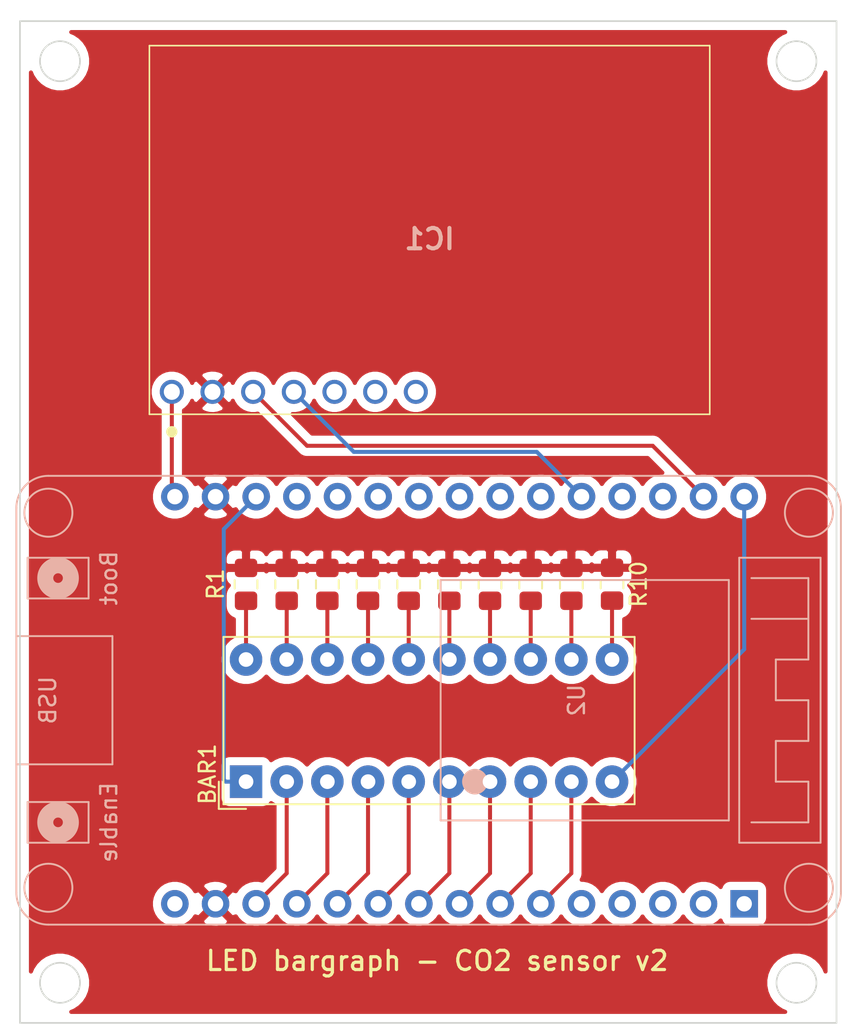
<source format=kicad_pcb>
(kicad_pcb (version 20171130) (host pcbnew "(5.1.5)-3")

  (general
    (thickness 1.6002)
    (drawings 9)
    (tracks 43)
    (zones 0)
    (modules 13)
    (nets 43)
  )

  (page A4)
  (title_block
    (rev 1)
  )

  (layers
    (0 Front signal)
    (31 Back signal)
    (34 B.Paste user)
    (35 F.Paste user)
    (36 B.SilkS user)
    (37 F.SilkS user)
    (38 B.Mask user)
    (39 F.Mask user)
    (44 Edge.Cuts user)
    (45 Margin user)
    (46 B.CrtYd user)
    (47 F.CrtYd user)
    (49 F.Fab user)
  )

  (setup
    (last_trace_width 0.25)
    (user_trace_width 0.1)
    (user_trace_width 0.2)
    (user_trace_width 0.5)
    (trace_clearance 0.25)
    (zone_clearance 0.508)
    (zone_45_only no)
    (trace_min 0.1)
    (via_size 0.8)
    (via_drill 0.4)
    (via_min_size 0.45)
    (via_min_drill 0.2)
    (user_via 0.45 0.2)
    (user_via 0.8 0.4)
    (uvia_size 0.8)
    (uvia_drill 0.4)
    (uvias_allowed no)
    (uvia_min_size 0)
    (uvia_min_drill 0)
    (edge_width 0.1)
    (segment_width 0.1)
    (pcb_text_width 0.3)
    (pcb_text_size 1.5 1.5)
    (mod_edge_width 0.1)
    (mod_text_size 0.8 0.8)
    (mod_text_width 0.1)
    (pad_size 1.524 1.524)
    (pad_drill 0.762)
    (pad_to_mask_clearance 0)
    (solder_mask_min_width 0.1)
    (aux_axis_origin 0 0)
    (visible_elements 7FFFFFFF)
    (pcbplotparams
      (layerselection 0x010fc_ffffffff)
      (usegerberextensions false)
      (usegerberattributes false)
      (usegerberadvancedattributes false)
      (creategerberjobfile false)
      (excludeedgelayer true)
      (linewidth 0.152400)
      (plotframeref false)
      (viasonmask false)
      (mode 1)
      (useauxorigin false)
      (hpglpennumber 1)
      (hpglpenspeed 20)
      (hpglpendiameter 15.000000)
      (psnegative false)
      (psa4output false)
      (plotreference true)
      (plotvalue false)
      (plotinvisibletext false)
      (padsonsilk false)
      (subtractmaskfromsilk true)
      (outputformat 1)
      (mirror false)
      (drillshape 0)
      (scaleselection 1)
      (outputdirectory "./gerbers_for_aisler"))
  )

  (net 0 "")
  (net 1 "Net-(BAR1-Pad20)")
  (net 2 "Net-(BAR1-Pad19)")
  (net 3 "Net-(BAR1-Pad18)")
  (net 4 "Net-(BAR1-Pad17)")
  (net 5 "Net-(BAR1-Pad9)")
  (net 6 "Net-(BAR1-Pad10)")
  (net 7 "Net-(BAR1-Pad11)")
  (net 8 "Net-(BAR1-Pad12)")
  (net 9 "Net-(BAR1-Pad8)")
  (net 10 "Net-(BAR1-Pad7)")
  (net 11 "Net-(BAR1-Pad6)")
  (net 12 "Net-(BAR1-Pad5)")
  (net 13 "Net-(BAR1-Pad16)")
  (net 14 "Net-(BAR1-Pad15)")
  (net 15 "Net-(BAR1-Pad14)")
  (net 16 "Net-(BAR1-Pad13)")
  (net 17 "Net-(BAR1-Pad4)")
  (net 18 "Net-(BAR1-Pad3)")
  (net 19 "Net-(BAR1-Pad2)")
  (net 20 "Net-(BAR1-Pad1)")
  (net 21 "Net-(IC1-Pad7)")
  (net 22 "Net-(IC1-Pad6)")
  (net 23 "Net-(IC1-Pad5)")
  (net 24 "Net-(IC1-Pad4)")
  (net 25 "Net-(IC1-Pad3)")
  (net 26 +3V3)
  (net 27 GND)
  (net 28 "Net-(U2-Pad28)")
  (net 29 "Net-(U2-Pad27)")
  (net 30 "Net-(U2-Pad25)")
  (net 31 "Net-(U2-Pad24)")
  (net 32 "Net-(U2-Pad23)")
  (net 33 "Net-(U2-Pad22)")
  (net 34 "Net-(U2-Pad21)")
  (net 35 "Net-(U2-Pad20)")
  (net 36 "Net-(U2-Pad19)")
  (net 37 "Net-(U2-Pad15)")
  (net 38 "Net-(U2-Pad5)")
  (net 39 "Net-(U2-Pad4)")
  (net 40 "Net-(U2-Pad3)")
  (net 41 "Net-(U2-Pad2)")
  (net 42 "Net-(U2-Pad1)")

  (net_class Default "This is the default net class."
    (clearance 0.25)
    (trace_width 0.25)
    (via_dia 0.8)
    (via_drill 0.4)
    (uvia_dia 0.8)
    (uvia_drill 0.4)
    (diff_pair_width 0.25)
    (diff_pair_gap 0.25)
    (add_net +3V3)
    (add_net GND)
    (add_net "Net-(BAR1-Pad1)")
    (add_net "Net-(BAR1-Pad10)")
    (add_net "Net-(BAR1-Pad11)")
    (add_net "Net-(BAR1-Pad12)")
    (add_net "Net-(BAR1-Pad13)")
    (add_net "Net-(BAR1-Pad14)")
    (add_net "Net-(BAR1-Pad15)")
    (add_net "Net-(BAR1-Pad16)")
    (add_net "Net-(BAR1-Pad17)")
    (add_net "Net-(BAR1-Pad18)")
    (add_net "Net-(BAR1-Pad19)")
    (add_net "Net-(BAR1-Pad2)")
    (add_net "Net-(BAR1-Pad20)")
    (add_net "Net-(BAR1-Pad3)")
    (add_net "Net-(BAR1-Pad4)")
    (add_net "Net-(BAR1-Pad5)")
    (add_net "Net-(BAR1-Pad6)")
    (add_net "Net-(BAR1-Pad7)")
    (add_net "Net-(BAR1-Pad8)")
    (add_net "Net-(BAR1-Pad9)")
    (add_net "Net-(IC1-Pad3)")
    (add_net "Net-(IC1-Pad4)")
    (add_net "Net-(IC1-Pad5)")
    (add_net "Net-(IC1-Pad6)")
    (add_net "Net-(IC1-Pad7)")
    (add_net "Net-(U2-Pad1)")
    (add_net "Net-(U2-Pad15)")
    (add_net "Net-(U2-Pad19)")
    (add_net "Net-(U2-Pad2)")
    (add_net "Net-(U2-Pad20)")
    (add_net "Net-(U2-Pad21)")
    (add_net "Net-(U2-Pad22)")
    (add_net "Net-(U2-Pad23)")
    (add_net "Net-(U2-Pad24)")
    (add_net "Net-(U2-Pad25)")
    (add_net "Net-(U2-Pad27)")
    (add_net "Net-(U2-Pad28)")
    (add_net "Net-(U2-Pad3)")
    (add_net "Net-(U2-Pad4)")
    (add_net "Net-(U2-Pad5)")
  )

  (net_class Min "This is the bare minimum allowed."
    (clearance 0.1)
    (trace_width 0.1)
    (via_dia 0.45)
    (via_drill 0.2)
    (uvia_dia 0.45)
    (uvia_drill 0.2)
    (diff_pair_width 0.12)
    (diff_pair_gap 0.12)
  )

  (module esp32_devkit_v1_doit:esp32_devkit_v1_doit (layer Back) (tedit 609BF054) (tstamp 607FDE21)
    (at 165.735 102.87 90)
    (descr "ESPWROOM32, ESP32, 30 GPIOs version")
    (path /6080FE25)
    (attr smd)
    (fp_text reference U2 (at 0 -10.47 270) (layer B.SilkS)
      (effects (font (size 1 1) (thickness 0.15)) (justify mirror))
    )
    (fp_text value ESP32_DevKit_V1_DOIT (at 0 -8.7 270) (layer B.Fab)
      (effects (font (size 1 1) (thickness 0.15)) (justify mirror))
    )
    (fp_arc (start 12 -43.46) (end 12 -45.46) (angle 90) (layer B.SilkS) (width 0.12))
    (fp_arc (start -12 -43.46) (end -14 -43.46) (angle 90) (layer B.SilkS) (width 0.12))
    (fp_arc (start -12 4.04) (end -12 6.04) (angle 90) (layer B.SilkS) (width 0.12))
    (fp_arc (start 12 4.04) (end 14 4.04) (angle 90) (layer B.SilkS) (width 0.12))
    (fp_text user Enable (at -7.62 -39.68 270) (layer B.SilkS)
      (effects (font (size 1 1) (thickness 0.15)) (justify mirror))
    )
    (fp_text user Boot (at 7.62 -39.68 270) (layer B.SilkS)
      (effects (font (size 1 1) (thickness 0.15)) (justify mirror))
    )
    (fp_text user USB (at 0 -43.49 270) (layer B.SilkS)
      (effects (font (size 1 1) (thickness 0.15)) (justify mirror))
    )
    (fp_circle (center 7.62 -42.855) (end 7.92 -42.855) (layer B.SilkS) (width 1))
    (fp_circle (center -7.62 -42.855) (end -7.32 -42.855) (layer B.SilkS) (width 1))
    (fp_line (start -6.35 -40.95) (end -6.35 -44.76) (layer B.SilkS) (width 0.12))
    (fp_line (start -8.89 -40.95) (end -6.35 -40.95) (layer B.SilkS) (width 0.12))
    (fp_line (start -8.89 -44.76) (end -8.89 -40.95) (layer B.SilkS) (width 0.12))
    (fp_line (start -6.35 -44.76) (end -8.89 -44.76) (layer B.SilkS) (width 0.12))
    (fp_line (start 6.35 -44.76) (end 6.35 -40.95) (layer B.SilkS) (width 0.12))
    (fp_line (start 8.89 -44.76) (end 6.35 -44.76) (layer B.SilkS) (width 0.12))
    (fp_line (start 8.89 -40.95) (end 8.89 -44.76) (layer B.SilkS) (width 0.12))
    (fp_line (start 6.35 -40.95) (end 8.89 -40.95) (layer B.SilkS) (width 0.12))
    (fp_circle (center -5.08 -16.82) (end -4.68 -16.82) (layer B.SilkS) (width 0.8))
    (fp_line (start -7.5 -18.96) (end -7.5 -0.96) (layer B.SilkS) (width 0.12))
    (fp_line (start 7.5 -18.96) (end -7.5 -18.96) (layer B.SilkS) (width 0.12))
    (fp_line (start 7.5 -0.96) (end 7.5 -18.96) (layer B.SilkS) (width 0.12))
    (fp_line (start -7.5 -0.96) (end 7.5 -0.96) (layer B.SilkS) (width 0.12))
    (fp_line (start 5.08 4.008) (end 5.08 0.452) (layer B.SilkS) (width 0.12))
    (fp_line (start 7.62 4.008) (end 7.62 0.452) (layer B.SilkS) (width 0.12))
    (fp_line (start 2.54 4.008) (end 7.62 4.008) (layer B.SilkS) (width 0.12))
    (fp_line (start 2.54 1.976) (end 2.54 4.008) (layer B.SilkS) (width 0.12))
    (fp_line (start 0 1.976) (end 2.54 1.976) (layer B.SilkS) (width 0.12))
    (fp_line (start 0 4.008) (end 0 1.976) (layer B.SilkS) (width 0.12))
    (fp_line (start -2.54 4.008) (end 0 4.008) (layer B.SilkS) (width 0.12))
    (fp_line (start -2.54 1.976) (end -2.54 4.008) (layer B.SilkS) (width 0.12))
    (fp_line (start -5.08 1.976) (end -2.54 1.976) (layer B.SilkS) (width 0.12))
    (fp_line (start -5.08 4.008) (end -5.08 1.976) (layer B.SilkS) (width 0.12))
    (fp_line (start -7.62 4.008) (end -5.08 4.008) (layer B.SilkS) (width 0.12))
    (fp_line (start -7.62 0.452) (end -7.62 4.008) (layer B.SilkS) (width 0.12))
    (fp_line (start -8.89 -0.31) (end -8.89 4.77) (layer B.SilkS) (width 0.12))
    (fp_line (start 8.89 -0.31) (end -8.89 -0.31) (layer B.SilkS) (width 0.12))
    (fp_line (start 8.89 4.77) (end 8.89 -0.31) (layer B.SilkS) (width 0.12))
    (fp_line (start -8.89 4.77) (end 8.89 4.77) (layer B.SilkS) (width 0.12))
    (fp_line (start -4 -39.46) (end 4 -39.46) (layer B.SilkS) (width 0.12))
    (fp_line (start 4 -39.46) (end 4 -45.46) (layer B.SilkS) (width 0.12))
    (fp_line (start -4 -39.46) (end -4 -45.46) (layer B.SilkS) (width 0.12))
    (fp_circle (center 11.7 -43.46) (end 13.2 -43.46) (layer B.SilkS) (width 0.12))
    (fp_circle (center -11.7 -43.46) (end -10.2 -43.46) (layer B.SilkS) (width 0.12))
    (fp_line (start -12 6.04) (end 12 6.04) (layer B.SilkS) (width 0.12))
    (fp_line (start -12 -45.46) (end 12 -45.46) (layer B.SilkS) (width 0.12))
    (fp_line (start -14 4.04) (end -14 -43.46) (layer B.SilkS) (width 0.12))
    (fp_line (start 14 -43.46) (end 14 4.04) (layer B.SilkS) (width 0.12))
    (fp_circle (center 11.7 4.04) (end 13.2 4.04) (layer B.SilkS) (width 0.12))
    (fp_circle (center -11.7 4.04) (end -10.2 4.04) (layer B.SilkS) (width 0.12))
    (pad 30 thru_hole circle (at 12.7 0 90) (size 1.72 1.72) (drill 0.96) (layers *.Cu *.Mask)
      (net 6 "Net-(BAR1-Pad10)"))
    (pad 29 thru_hole circle (at 12.7 -2.54 90) (size 1.72 1.72) (drill 0.96) (layers *.Cu *.Mask)
      (net 25 "Net-(IC1-Pad3)"))
    (pad 28 thru_hole circle (at 12.7 -5.08 90) (size 1.72 1.72) (drill 0.96) (layers *.Cu *.Mask)
      (net 28 "Net-(U2-Pad28)"))
    (pad 27 thru_hole circle (at 12.7 -7.62 90) (size 1.72 1.72) (drill 0.96) (layers *.Cu *.Mask)
      (net 29 "Net-(U2-Pad27)"))
    (pad 26 thru_hole circle (at 12.7 -10.16 90) (size 1.72 1.72) (drill 0.96) (layers *.Cu *.Mask)
      (net 24 "Net-(IC1-Pad4)"))
    (pad 25 thru_hole circle (at 12.7 -12.7 90) (size 1.72 1.72) (drill 0.96) (layers *.Cu *.Mask)
      (net 30 "Net-(U2-Pad25)"))
    (pad 24 thru_hole circle (at 12.7 -15.24 90) (size 1.72 1.72) (drill 0.96) (layers *.Cu *.Mask)
      (net 31 "Net-(U2-Pad24)"))
    (pad 23 thru_hole circle (at 12.7 -17.78 90) (size 1.72 1.72) (drill 0.96) (layers *.Cu *.Mask)
      (net 32 "Net-(U2-Pad23)"))
    (pad 22 thru_hole circle (at 12.7 -20.32 90) (size 1.72 1.72) (drill 0.96) (layers *.Cu *.Mask)
      (net 33 "Net-(U2-Pad22)"))
    (pad 21 thru_hole circle (at 12.7 -22.86 90) (size 1.72 1.72) (drill 0.96) (layers *.Cu *.Mask)
      (net 34 "Net-(U2-Pad21)"))
    (pad 20 thru_hole circle (at 12.7 -25.4 90) (size 1.72 1.72) (drill 0.96) (layers *.Cu *.Mask)
      (net 35 "Net-(U2-Pad20)"))
    (pad 19 thru_hole circle (at 12.7 -27.94 90) (size 1.72 1.72) (drill 0.96) (layers *.Cu *.Mask)
      (net 36 "Net-(U2-Pad19)"))
    (pad 18 thru_hole circle (at 12.7 -30.48 90) (size 1.72 1.72) (drill 0.96) (layers *.Cu *.Mask)
      (net 20 "Net-(BAR1-Pad1)"))
    (pad 17 thru_hole circle (at 12.7 -33.02 90) (size 1.72 1.72) (drill 0.96) (layers *.Cu *.Mask)
      (net 27 GND))
    (pad 16 thru_hole circle (at 12.7 -35.56 90) (size 1.72 1.72) (drill 0.96) (layers *.Cu *.Mask)
      (net 26 +3V3))
    (pad 15 thru_hole circle (at -12.7 -35.56 90) (size 1.72 1.72) (drill 0.96) (layers *.Cu *.Mask)
      (net 37 "Net-(U2-Pad15)"))
    (pad 14 thru_hole circle (at -12.7 -33.02 90) (size 1.72 1.72) (drill 0.96) (layers *.Cu *.Mask)
      (net 27 GND))
    (pad 13 thru_hole circle (at -12.7 -30.48 90) (size 1.72 1.72) (drill 0.96) (layers *.Cu *.Mask)
      (net 19 "Net-(BAR1-Pad2)"))
    (pad 12 thru_hole circle (at -12.7 -27.94 90) (size 1.72 1.72) (drill 0.96) (layers *.Cu *.Mask)
      (net 18 "Net-(BAR1-Pad3)"))
    (pad 11 thru_hole circle (at -12.7 -25.4 90) (size 1.72 1.72) (drill 0.96) (layers *.Cu *.Mask)
      (net 17 "Net-(BAR1-Pad4)"))
    (pad 10 thru_hole circle (at -12.7 -22.86 90) (size 1.72 1.72) (drill 0.96) (layers *.Cu *.Mask)
      (net 12 "Net-(BAR1-Pad5)"))
    (pad 9 thru_hole circle (at -12.7 -20.32 90) (size 1.72 1.72) (drill 0.96) (layers *.Cu *.Mask)
      (net 11 "Net-(BAR1-Pad6)"))
    (pad 8 thru_hole circle (at -12.7 -17.78 90) (size 1.72 1.72) (drill 0.96) (layers *.Cu *.Mask)
      (net 10 "Net-(BAR1-Pad7)"))
    (pad 7 thru_hole circle (at -12.7 -15.24 90) (size 1.72 1.72) (drill 0.96) (layers *.Cu *.Mask)
      (net 9 "Net-(BAR1-Pad8)"))
    (pad 6 thru_hole circle (at -12.7 -12.7 90) (size 1.72 1.72) (drill 0.96) (layers *.Cu *.Mask)
      (net 5 "Net-(BAR1-Pad9)"))
    (pad 5 thru_hole circle (at -12.7 -10.16 90) (size 1.72 1.72) (drill 0.96) (layers *.Cu *.Mask)
      (net 38 "Net-(U2-Pad5)"))
    (pad 4 thru_hole circle (at -12.7 -7.62 90) (size 1.72 1.72) (drill 0.96) (layers *.Cu *.Mask)
      (net 39 "Net-(U2-Pad4)"))
    (pad 3 thru_hole circle (at -12.7 -5.08 90) (size 1.72 1.72) (drill 0.96) (layers *.Cu *.Mask)
      (net 40 "Net-(U2-Pad3)"))
    (pad 2 thru_hole circle (at -12.7 -2.54 90) (size 1.72 1.72) (drill 0.96) (layers *.Cu *.Mask)
      (net 41 "Net-(U2-Pad2)"))
    (pad 1 thru_hole rect (at -12.7 0 90) (size 1.72 1.72) (drill 0.96) (layers *.Cu *.Mask)
      (net 42 "Net-(U2-Pad1)"))
    (model ${KISYS3DMOD}/Button_Switch_SMD.3dshapes/SW_SPST_B3U-1000P-B.wrl
      (offset (xyz 7.5 -43 4))
      (scale (xyz 1 1 1))
      (rotate (xyz 0 0 90))
    )
    (model ${KISYS3DMOD}/Button_Switch_SMD.3dshapes/SW_SPST_B3U-1000P-B.wrl
      (offset (xyz -7.5 -43 4))
      (scale (xyz 1 1 1))
      (rotate (xyz 0 0 90))
    )
    (model ${KISYS3DMOD}/Connector_PinHeader_2.54mm.3dshapes/PinHeader_1x15_P2.54mm_Vertical.wrl
      (offset (xyz -12.7 0 2.5))
      (scale (xyz 1 1 1))
      (rotate (xyz 0 180 0))
    )
    (model ${KISYS3DMOD}/Connector_PinHeader_2.54mm.3dshapes/PinHeader_1x15_P2.54mm_Vertical.wrl
      (offset (xyz 12.7 0 2.5))
      (scale (xyz 1 1 1))
      (rotate (xyz 0 180 0))
    )
    (model ${VL_PACKAGES3D}/esp32_devkit_v1_doit.3dshapes/esp32_devkit_v1_doit.step
      (offset (xyz -12.7 0 2.5))
      (scale (xyz 1 1 1))
      (rotate (xyz 0 0 0))
    )
    (model ${KISYS3DMOD}/Connector_USB.3dshapes/USB_Micro-B_Molex_47346-0001.wrl
      (offset (xyz 0 -42 4))
      (scale (xyz 1 1 1))
      (rotate (xyz 0 0 0))
    )
    (model ${KISYS3DMOD}/LED_SMD.3dshapes/LED_1206_3216Metric.wrl
      (offset (xyz -6 -23 4))
      (scale (xyz 1 1 1))
      (rotate (xyz 0 0 -90))
    )
    (model ${KISYS3DMOD}/LED_SMD.3dshapes/LED_1206_3216Metric.wrl
      (offset (xyz 6 -23 4))
      (scale (xyz 1 1 1))
      (rotate (xyz 0 0 -90))
    )
    (model ${KISYS3DMOD}/Capacitor_Tantalum_SMD.3dshapes/CP_EIA-2012-15_AVX-P.wrl
      (offset (xyz -6.5 -27.5 4))
      (scale (xyz 1 1 1))
      (rotate (xyz 0 0 0))
    )
    (model ${KISYS3DMOD}/Package_TO_SOT_SMD.3dshapes/SOT-223.wrl
      (offset (xyz -6 -33 4))
      (scale (xyz 1 1 1))
      (rotate (xyz 0 0 -180))
    )
    (model ${KISYS3DMOD}/Resistor_SMD.3dshapes/R_0603_1608Metric.wrl
      (offset (xyz -7 -38.5 4))
      (scale (xyz 1 1 1))
      (rotate (xyz 0 0 0))
    )
    (model ${KISYS3DMOD}/Resistor_SMD.3dshapes/R_0603_1608Metric.wrl
      (offset (xyz 8.5 -38.5 4))
      (scale (xyz 1 1 1))
      (rotate (xyz 0 0 0))
    )
    (model ${KISYS3DMOD}/Resistor_SMD.3dshapes/R_0603_1608Metric.wrl
      (offset (xyz 5.5 -38.5 4))
      (scale (xyz 1 1 1))
      (rotate (xyz 0 0 0))
    )
    (model ${KISYS3DMOD}/Package_TO_SOT_SMD.3dshapes/SOT-23.wrl
      (offset (xyz -0.5 -27.5 4))
      (scale (xyz 1 1 1))
      (rotate (xyz 0 0 0))
    )
    (model ${KISYS3DMOD}/Package_TO_SOT_SMD.3dshapes/SOT-23.wrl
      (offset (xyz 6 -27.5 4))
      (scale (xyz 1 1 1))
      (rotate (xyz 0 0 -180))
    )
    (model ${KISYS3DMOD}/Resistor_SMD.3dshapes/R_0603_1608Metric.wrl
      (offset (xyz 9 -27.5 4))
      (scale (xyz 1 1 1))
      (rotate (xyz 0 0 90))
    )
    (model ${KISYS3DMOD}/Resistor_SMD.3dshapes/R_0603_1608Metric.wrl
      (offset (xyz -3.5 -27.5 4))
      (scale (xyz 1 1 1))
      (rotate (xyz 0 0 90))
    )
    (model ${KISYS3DMOD}/Capacitor_SMD.3dshapes/C_0603_1608Metric.wrl
      (offset (xyz -0.5 -38.5 4))
      (scale (xyz 1 1 1))
      (rotate (xyz 0 0 0))
    )
    (model ${KISYS3DMOD}/Diode_SMD.3dshapes/D_0603_1608Metric.wrl
      (offset (xyz -3 -38.5 4))
      (scale (xyz 1 1 1))
      (rotate (xyz 0 0 0))
    )
    (model ${KISYS3DMOD}/Resistor_SMD.3dshapes/R_0603_1608Metric.wrl
      (offset (xyz -3 -23 4))
      (scale (xyz 1 1 1))
      (rotate (xyz 0 0 90))
    )
    (model ${KISYS3DMOD}/Resistor_SMD.3dshapes/R_0603_1608Metric.wrl
      (offset (xyz -1.5 -23 4))
      (scale (xyz 1 1 1))
      (rotate (xyz 0 0 90))
    )
    (model ${KISYS3DMOD}/Resistor_SMD.3dshapes/R_0603_1608Metric.wrl
      (offset (xyz 0 -23 4))
      (scale (xyz 1 1 1))
      (rotate (xyz 0 0 90))
    )
    (model ${KISYS3DMOD}/Resistor_SMD.3dshapes/R_0603_1608Metric.wrl
      (offset (xyz 1.5 -23 4))
      (scale (xyz 1 1 1))
      (rotate (xyz 0 0 90))
    )
    (model ${KISYS3DMOD}/Resistor_SMD.3dshapes/R_0603_1608Metric.wrl
      (offset (xyz 3 -23 4))
      (scale (xyz 1 1 1))
      (rotate (xyz 0 0 90))
    )
    (model ${KISYS3DMOD}/Package_DFN_QFN.3dshapes/QFN-28-1EP_5x5mm_P0.5mm_EP3.35x3.35mm.wrl
      (offset (xyz 7 -33.5 4))
      (scale (xyz 1 1 1))
      (rotate (xyz 0 0 0))
    )
    (model ${KISYS3DMOD}/Resistor_SMD.3dshapes/R_0603_1608Metric.wrl
      (offset (xyz 8.5 -22 4))
      (scale (xyz 1 1 1))
      (rotate (xyz 0 0 0))
    )
    (model ${KISYS3DMOD}/Resistor_SMD.3dshapes/R_0603_1608Metric.wrl
      (offset (xyz 8.5 -24 4))
      (scale (xyz 1 1 1))
      (rotate (xyz 0 0 0))
    )
    (model ${KISYS3DMOD}/Capacitor_SMD.3dshapes/C_0603_1608Metric.wrl
      (offset (xyz -8.5 -22 4))
      (scale (xyz 1 1 1))
      (rotate (xyz 0 0 0))
    )
    (model ${KISYS3DMOD}/Capacitor_SMD.3dshapes/C_0603_1608Metric.wrl
      (offset (xyz -8.5 -24 4))
      (scale (xyz 1 1 1))
      (rotate (xyz 0 0 0))
    )
    (model ${KISYS3DMOD}/RF_Module.3dshapes/ESP32-WROOM-32.wrl
      (offset (xyz 0 -10 4))
      (scale (xyz 1 1 1))
      (rotate (xyz 0 0 0))
    )
  )

  (module SamacSys_Parts:SCD30 (layer Front) (tedit 0) (tstamp 607F6D69)
    (at 129.9845 83.6295 180)
    (descr SCD30-1)
    (tags "Integrated Circuit")
    (path /607F2461)
    (fp_text reference IC1 (at -16.1 9.53 180) (layer B.SilkS)
      (effects (font (size 1.27 1.27) (thickness 0.254)) (justify mirror))
    )
    (fp_text value SCD30 (at -16.1 9.53 180) (layer B.SilkS) hide
      (effects (font (size 1.27 1.27) (thickness 0.254)) (justify mirror))
    )
    (fp_arc (start 0 -2.49) (end 0 -2.44) (angle -180) (layer F.SilkS) (width 0.6))
    (fp_arc (start 0 -2.49) (end 0 -2.54) (angle -180) (layer F.SilkS) (width 0.6))
    (fp_line (start 0 -2.44) (end 0 -2.44) (layer F.SilkS) (width 0.6))
    (fp_line (start 0 -2.54) (end 0 -2.54) (layer F.SilkS) (width 0.6))
    (fp_line (start -34.6 22.6) (end -34.6 -3.54) (layer F.CrtYd) (width 0.1))
    (fp_line (start 2.4 22.6) (end -34.6 22.6) (layer F.CrtYd) (width 0.1))
    (fp_line (start 2.4 -3.54) (end 2.4 22.6) (layer F.CrtYd) (width 0.1))
    (fp_line (start -34.6 -3.54) (end 2.4 -3.54) (layer F.CrtYd) (width 0.1))
    (fp_line (start -33.6 21.6) (end -33.6 -1.4) (layer F.SilkS) (width 0.1))
    (fp_line (start 1.4 21.6) (end -33.6 21.6) (layer F.SilkS) (width 0.1))
    (fp_line (start 1.4 -1.4) (end 1.4 21.6) (layer F.SilkS) (width 0.1))
    (fp_line (start -33.6 -1.4) (end 1.4 -1.4) (layer F.SilkS) (width 0.1))
    (fp_line (start -33.6 21.6) (end -33.6 -1.4) (layer F.Fab) (width 0.2))
    (fp_line (start 1.4 21.6) (end -33.6 21.6) (layer F.Fab) (width 0.2))
    (fp_line (start 1.4 -1.4) (end 1.4 21.6) (layer F.Fab) (width 0.2))
    (fp_line (start -33.6 -1.4) (end 1.4 -1.4) (layer F.Fab) (width 0.2))
    (fp_text user %R (at -16.1 9.53 180) (layer F.Fab)
      (effects (font (size 1.27 1.27) (thickness 0.254)))
    )
    (pad 7 thru_hole circle (at -15.24 0 180) (size 1.5 1.5) (drill 1) (layers *.Cu *.Mask)
      (net 21 "Net-(IC1-Pad7)"))
    (pad 6 thru_hole circle (at -12.7 0 180) (size 1.5 1.5) (drill 1) (layers *.Cu *.Mask)
      (net 22 "Net-(IC1-Pad6)"))
    (pad 5 thru_hole circle (at -10.16 0 180) (size 1.5 1.5) (drill 1) (layers *.Cu *.Mask)
      (net 23 "Net-(IC1-Pad5)"))
    (pad 4 thru_hole circle (at -7.62 0 180) (size 1.5 1.5) (drill 1) (layers *.Cu *.Mask)
      (net 24 "Net-(IC1-Pad4)"))
    (pad 3 thru_hole circle (at -5.08 0 180) (size 1.5 1.5) (drill 1) (layers *.Cu *.Mask)
      (net 25 "Net-(IC1-Pad3)"))
    (pad 2 thru_hole circle (at -2.54 0 180) (size 1.5 1.5) (drill 1) (layers *.Cu *.Mask)
      (net 27 GND))
    (pad 1 thru_hole circle (at 0 0 180) (size 1.5 1.5) (drill 1) (layers *.Cu *.Mask)
      (net 26 +3V3))
    (model C:\SamacSys_PCB_Library\KiCad\SamacSys_Parts.3dshapes\SCD30.stp
      (at (xyz 0 0 0))
      (scale (xyz 1 1 1))
      (rotate (xyz 0 0 0))
    )
  )

  (module Resistor_SMD:R_0805_2012Metric_Pad1.15x1.40mm_HandSolder (layer Front) (tedit 5B36C52B) (tstamp 607FFAAA)
    (at 157.48 95.631 270)
    (descr "Resistor SMD 0805 (2012 Metric), square (rectangular) end terminal, IPC_7351 nominal with elongated pad for handsoldering. (Body size source: https://docs.google.com/spreadsheets/d/1BsfQQcO9C6DZCsRaXUlFlo91Tg2WpOkGARC1WS5S8t0/edit?usp=sharing), generated with kicad-footprint-generator")
    (tags "resistor handsolder")
    (path /607FE77A)
    (attr smd)
    (fp_text reference R10 (at 0 -1.65 90) (layer F.SilkS)
      (effects (font (size 1 1) (thickness 0.15)))
    )
    (fp_text value 100R (at 0 1.65 90) (layer F.Fab)
      (effects (font (size 1 1) (thickness 0.15)))
    )
    (fp_text user %R (at 0 0 90) (layer B.Fab)
      (effects (font (size 0.5 0.5) (thickness 0.08)) (justify mirror))
    )
    (fp_line (start 1.85 0.95) (end -1.85 0.95) (layer F.CrtYd) (width 0.05))
    (fp_line (start 1.85 -0.95) (end 1.85 0.95) (layer F.CrtYd) (width 0.05))
    (fp_line (start -1.85 -0.95) (end 1.85 -0.95) (layer F.CrtYd) (width 0.05))
    (fp_line (start -1.85 0.95) (end -1.85 -0.95) (layer F.CrtYd) (width 0.05))
    (fp_line (start -0.261252 0.71) (end 0.261252 0.71) (layer F.SilkS) (width 0.12))
    (fp_line (start -0.261252 -0.71) (end 0.261252 -0.71) (layer F.SilkS) (width 0.12))
    (fp_line (start 1 0.6) (end -1 0.6) (layer F.Fab) (width 0.1))
    (fp_line (start 1 -0.6) (end 1 0.6) (layer F.Fab) (width 0.1))
    (fp_line (start -1 -0.6) (end 1 -0.6) (layer F.Fab) (width 0.1))
    (fp_line (start -1 0.6) (end -1 -0.6) (layer F.Fab) (width 0.1))
    (pad 2 smd roundrect (at 1.025 0 270) (size 1.15 1.4) (layers Front F.Paste F.Mask) (roundrect_rratio 0.217391)
      (net 7 "Net-(BAR1-Pad11)"))
    (pad 1 smd roundrect (at -1.025 0 270) (size 1.15 1.4) (layers Front F.Paste F.Mask) (roundrect_rratio 0.217391)
      (net 27 GND))
    (model ${KISYS3DMOD}/Resistor_SMD.3dshapes/R_0805_2012Metric.wrl
      (at (xyz 0 0 0))
      (scale (xyz 1 1 1))
      (rotate (xyz 0 0 0))
    )
  )

  (module Resistor_SMD:R_0805_2012Metric_Pad1.15x1.40mm_HandSolder (layer Front) (tedit 5B36C52B) (tstamp 607F6E02)
    (at 154.94 95.64 270)
    (descr "Resistor SMD 0805 (2012 Metric), square (rectangular) end terminal, IPC_7351 nominal with elongated pad for handsoldering. (Body size source: https://docs.google.com/spreadsheets/d/1BsfQQcO9C6DZCsRaXUlFlo91Tg2WpOkGARC1WS5S8t0/edit?usp=sharing), generated with kicad-footprint-generator")
    (tags "resistor handsolder")
    (path /607FE5AB)
    (attr smd)
    (fp_text reference R9 (at 0 -1.65 90) (layer F.SilkS) hide
      (effects (font (size 1 1) (thickness 0.15)))
    )
    (fp_text value 100R (at 0 1.65 90) (layer F.Fab)
      (effects (font (size 1 1) (thickness 0.15)))
    )
    (fp_text user %R (at 0 0 90) (layer F.Fab)
      (effects (font (size 0.5 0.5) (thickness 0.08)))
    )
    (fp_line (start 1.85 0.95) (end -1.85 0.95) (layer F.CrtYd) (width 0.05))
    (fp_line (start 1.85 -0.95) (end 1.85 0.95) (layer F.CrtYd) (width 0.05))
    (fp_line (start -1.85 -0.95) (end 1.85 -0.95) (layer F.CrtYd) (width 0.05))
    (fp_line (start -1.85 0.95) (end -1.85 -0.95) (layer F.CrtYd) (width 0.05))
    (fp_line (start -0.261252 0.71) (end 0.261252 0.71) (layer F.SilkS) (width 0.12))
    (fp_line (start -0.261252 -0.71) (end 0.261252 -0.71) (layer F.SilkS) (width 0.12))
    (fp_line (start 1 0.6) (end -1 0.6) (layer F.Fab) (width 0.1))
    (fp_line (start 1 -0.6) (end 1 0.6) (layer F.Fab) (width 0.1))
    (fp_line (start -1 -0.6) (end 1 -0.6) (layer F.Fab) (width 0.1))
    (fp_line (start -1 0.6) (end -1 -0.6) (layer F.Fab) (width 0.1))
    (pad 2 smd roundrect (at 1.025 0 270) (size 1.15 1.4) (layers Front F.Paste F.Mask) (roundrect_rratio 0.217391)
      (net 8 "Net-(BAR1-Pad12)"))
    (pad 1 smd roundrect (at -1.025 0 270) (size 1.15 1.4) (layers Front F.Paste F.Mask) (roundrect_rratio 0.217391)
      (net 27 GND))
    (model ${KISYS3DMOD}/Resistor_SMD.3dshapes/R_0805_2012Metric.wrl
      (at (xyz 0 0 0))
      (scale (xyz 1 1 1))
      (rotate (xyz 0 0 0))
    )
  )

  (module Resistor_SMD:R_0805_2012Metric_Pad1.15x1.40mm_HandSolder (layer Front) (tedit 5B36C52B) (tstamp 607FE528)
    (at 152.4 95.64 270)
    (descr "Resistor SMD 0805 (2012 Metric), square (rectangular) end terminal, IPC_7351 nominal with elongated pad for handsoldering. (Body size source: https://docs.google.com/spreadsheets/d/1BsfQQcO9C6DZCsRaXUlFlo91Tg2WpOkGARC1WS5S8t0/edit?usp=sharing), generated with kicad-footprint-generator")
    (tags "resistor handsolder")
    (path /607FE3B6)
    (attr smd)
    (fp_text reference R8 (at 0 -1.65 90) (layer F.SilkS) hide
      (effects (font (size 1 1) (thickness 0.15)))
    )
    (fp_text value 100R (at 0 1.65 90) (layer F.Fab)
      (effects (font (size 1 1) (thickness 0.15)))
    )
    (fp_text user %R (at 0 0 90) (layer F.Fab)
      (effects (font (size 0.5 0.5) (thickness 0.08)))
    )
    (fp_line (start 1.85 0.95) (end -1.85 0.95) (layer F.CrtYd) (width 0.05))
    (fp_line (start 1.85 -0.95) (end 1.85 0.95) (layer F.CrtYd) (width 0.05))
    (fp_line (start -1.85 -0.95) (end 1.85 -0.95) (layer F.CrtYd) (width 0.05))
    (fp_line (start -1.85 0.95) (end -1.85 -0.95) (layer F.CrtYd) (width 0.05))
    (fp_line (start -0.261252 0.71) (end 0.261252 0.71) (layer F.SilkS) (width 0.12))
    (fp_line (start -0.261252 -0.71) (end 0.261252 -0.71) (layer F.SilkS) (width 0.12))
    (fp_line (start 1 0.6) (end -1 0.6) (layer F.Fab) (width 0.1))
    (fp_line (start 1 -0.6) (end 1 0.6) (layer F.Fab) (width 0.1))
    (fp_line (start -1 -0.6) (end 1 -0.6) (layer F.Fab) (width 0.1))
    (fp_line (start -1 0.6) (end -1 -0.6) (layer F.Fab) (width 0.1))
    (pad 2 smd roundrect (at 1.025 0 270) (size 1.15 1.4) (layers Front F.Paste F.Mask) (roundrect_rratio 0.217391)
      (net 16 "Net-(BAR1-Pad13)"))
    (pad 1 smd roundrect (at -1.025 0 270) (size 1.15 1.4) (layers Front F.Paste F.Mask) (roundrect_rratio 0.217391)
      (net 27 GND))
    (model ${KISYS3DMOD}/Resistor_SMD.3dshapes/R_0805_2012Metric.wrl
      (at (xyz 0 0 0))
      (scale (xyz 1 1 1))
      (rotate (xyz 0 0 0))
    )
  )

  (module Resistor_SMD:R_0805_2012Metric_Pad1.15x1.40mm_HandSolder (layer Front) (tedit 5B36C52B) (tstamp 607F6DE0)
    (at 149.86 95.64 270)
    (descr "Resistor SMD 0805 (2012 Metric), square (rectangular) end terminal, IPC_7351 nominal with elongated pad for handsoldering. (Body size source: https://docs.google.com/spreadsheets/d/1BsfQQcO9C6DZCsRaXUlFlo91Tg2WpOkGARC1WS5S8t0/edit?usp=sharing), generated with kicad-footprint-generator")
    (tags "resistor handsolder")
    (path /607FE1AD)
    (attr smd)
    (fp_text reference R7 (at 0 -1.65 90) (layer F.SilkS) hide
      (effects (font (size 1 1) (thickness 0.15)))
    )
    (fp_text value 100R (at 0 1.65 90) (layer F.Fab)
      (effects (font (size 1 1) (thickness 0.15)))
    )
    (fp_text user %R (at 0 0 90) (layer F.Fab)
      (effects (font (size 0.5 0.5) (thickness 0.08)))
    )
    (fp_line (start 1.85 0.95) (end -1.85 0.95) (layer F.CrtYd) (width 0.05))
    (fp_line (start 1.85 -0.95) (end 1.85 0.95) (layer F.CrtYd) (width 0.05))
    (fp_line (start -1.85 -0.95) (end 1.85 -0.95) (layer F.CrtYd) (width 0.05))
    (fp_line (start -1.85 0.95) (end -1.85 -0.95) (layer F.CrtYd) (width 0.05))
    (fp_line (start -0.261252 0.71) (end 0.261252 0.71) (layer F.SilkS) (width 0.12))
    (fp_line (start -0.261252 -0.71) (end 0.261252 -0.71) (layer F.SilkS) (width 0.12))
    (fp_line (start 1 0.6) (end -1 0.6) (layer F.Fab) (width 0.1))
    (fp_line (start 1 -0.6) (end 1 0.6) (layer F.Fab) (width 0.1))
    (fp_line (start -1 -0.6) (end 1 -0.6) (layer F.Fab) (width 0.1))
    (fp_line (start -1 0.6) (end -1 -0.6) (layer F.Fab) (width 0.1))
    (pad 2 smd roundrect (at 1.025 0 270) (size 1.15 1.4) (layers Front F.Paste F.Mask) (roundrect_rratio 0.217391)
      (net 15 "Net-(BAR1-Pad14)"))
    (pad 1 smd roundrect (at -1.025 0 270) (size 1.15 1.4) (layers Front F.Paste F.Mask) (roundrect_rratio 0.217391)
      (net 27 GND))
    (model ${KISYS3DMOD}/Resistor_SMD.3dshapes/R_0805_2012Metric.wrl
      (at (xyz 0 0 0))
      (scale (xyz 1 1 1))
      (rotate (xyz 0 0 0))
    )
  )

  (module Resistor_SMD:R_0805_2012Metric_Pad1.15x1.40mm_HandSolder (layer Front) (tedit 5B36C52B) (tstamp 607FE475)
    (at 147.32 95.64 270)
    (descr "Resistor SMD 0805 (2012 Metric), square (rectangular) end terminal, IPC_7351 nominal with elongated pad for handsoldering. (Body size source: https://docs.google.com/spreadsheets/d/1BsfQQcO9C6DZCsRaXUlFlo91Tg2WpOkGARC1WS5S8t0/edit?usp=sharing), generated with kicad-footprint-generator")
    (tags "resistor handsolder")
    (path /607FDFED)
    (attr smd)
    (fp_text reference R6 (at 0 -1.65 90) (layer F.SilkS) hide
      (effects (font (size 1 1) (thickness 0.15)))
    )
    (fp_text value 100R (at 0 1.65 90) (layer F.Fab)
      (effects (font (size 1 1) (thickness 0.15)))
    )
    (fp_text user %R (at 0 0 90) (layer F.Fab)
      (effects (font (size 0.5 0.5) (thickness 0.08)))
    )
    (fp_line (start 1.85 0.95) (end -1.85 0.95) (layer F.CrtYd) (width 0.05))
    (fp_line (start 1.85 -0.95) (end 1.85 0.95) (layer F.CrtYd) (width 0.05))
    (fp_line (start -1.85 -0.95) (end 1.85 -0.95) (layer F.CrtYd) (width 0.05))
    (fp_line (start -1.85 0.95) (end -1.85 -0.95) (layer F.CrtYd) (width 0.05))
    (fp_line (start -0.261252 0.71) (end 0.261252 0.71) (layer F.SilkS) (width 0.12))
    (fp_line (start -0.261252 -0.71) (end 0.261252 -0.71) (layer F.SilkS) (width 0.12))
    (fp_line (start 1 0.6) (end -1 0.6) (layer F.Fab) (width 0.1))
    (fp_line (start 1 -0.6) (end 1 0.6) (layer F.Fab) (width 0.1))
    (fp_line (start -1 -0.6) (end 1 -0.6) (layer F.Fab) (width 0.1))
    (fp_line (start -1 0.6) (end -1 -0.6) (layer F.Fab) (width 0.1))
    (pad 2 smd roundrect (at 1.025 0 270) (size 1.15 1.4) (layers Front F.Paste F.Mask) (roundrect_rratio 0.217391)
      (net 14 "Net-(BAR1-Pad15)"))
    (pad 1 smd roundrect (at -1.025 0 270) (size 1.15 1.4) (layers Front F.Paste F.Mask) (roundrect_rratio 0.217391)
      (net 27 GND))
    (model ${KISYS3DMOD}/Resistor_SMD.3dshapes/R_0805_2012Metric.wrl
      (at (xyz 0 0 0))
      (scale (xyz 1 1 1))
      (rotate (xyz 0 0 0))
    )
  )

  (module Resistor_SMD:R_0805_2012Metric_Pad1.15x1.40mm_HandSolder (layer Front) (tedit 5B36C52B) (tstamp 607FE392)
    (at 144.78 95.64 270)
    (descr "Resistor SMD 0805 (2012 Metric), square (rectangular) end terminal, IPC_7351 nominal with elongated pad for handsoldering. (Body size source: https://docs.google.com/spreadsheets/d/1BsfQQcO9C6DZCsRaXUlFlo91Tg2WpOkGARC1WS5S8t0/edit?usp=sharing), generated with kicad-footprint-generator")
    (tags "resistor handsolder")
    (path /607FDE0B)
    (attr smd)
    (fp_text reference R5 (at 0 -1.65 90) (layer F.SilkS) hide
      (effects (font (size 1 1) (thickness 0.15)))
    )
    (fp_text value 100R (at 0 1.65 90) (layer F.Fab)
      (effects (font (size 1 1) (thickness 0.15)))
    )
    (fp_text user %R (at 0 0 90) (layer F.Fab)
      (effects (font (size 0.5 0.5) (thickness 0.08)))
    )
    (fp_line (start 1.85 0.95) (end -1.85 0.95) (layer F.CrtYd) (width 0.05))
    (fp_line (start 1.85 -0.95) (end 1.85 0.95) (layer F.CrtYd) (width 0.05))
    (fp_line (start -1.85 -0.95) (end 1.85 -0.95) (layer F.CrtYd) (width 0.05))
    (fp_line (start -1.85 0.95) (end -1.85 -0.95) (layer F.CrtYd) (width 0.05))
    (fp_line (start -0.261252 0.71) (end 0.261252 0.71) (layer F.SilkS) (width 0.12))
    (fp_line (start -0.261252 -0.71) (end 0.261252 -0.71) (layer F.SilkS) (width 0.12))
    (fp_line (start 1 0.6) (end -1 0.6) (layer F.Fab) (width 0.1))
    (fp_line (start 1 -0.6) (end 1 0.6) (layer F.Fab) (width 0.1))
    (fp_line (start -1 -0.6) (end 1 -0.6) (layer F.Fab) (width 0.1))
    (fp_line (start -1 0.6) (end -1 -0.6) (layer F.Fab) (width 0.1))
    (pad 2 smd roundrect (at 1.025 0 270) (size 1.15 1.4) (layers Front F.Paste F.Mask) (roundrect_rratio 0.217391)
      (net 13 "Net-(BAR1-Pad16)"))
    (pad 1 smd roundrect (at -1.025 0 270) (size 1.15 1.4) (layers Front F.Paste F.Mask) (roundrect_rratio 0.217391)
      (net 27 GND))
    (model ${KISYS3DMOD}/Resistor_SMD.3dshapes/R_0805_2012Metric.wrl
      (at (xyz 0 0 0))
      (scale (xyz 1 1 1))
      (rotate (xyz 0 0 0))
    )
  )

  (module Resistor_SMD:R_0805_2012Metric_Pad1.15x1.40mm_HandSolder (layer Front) (tedit 5B36C52B) (tstamp 607F6DAD)
    (at 142.24 95.64 270)
    (descr "Resistor SMD 0805 (2012 Metric), square (rectangular) end terminal, IPC_7351 nominal with elongated pad for handsoldering. (Body size source: https://docs.google.com/spreadsheets/d/1BsfQQcO9C6DZCsRaXUlFlo91Tg2WpOkGARC1WS5S8t0/edit?usp=sharing), generated with kicad-footprint-generator")
    (tags "resistor handsolder")
    (path /607FD839)
    (attr smd)
    (fp_text reference R4 (at 0 -1.65 90) (layer F.SilkS) hide
      (effects (font (size 1 1) (thickness 0.15)))
    )
    (fp_text value 100R (at 0 1.65 90) (layer F.Fab)
      (effects (font (size 1 1) (thickness 0.15)))
    )
    (fp_text user %R (at 0 0 90) (layer F.Fab)
      (effects (font (size 0.5 0.5) (thickness 0.08)))
    )
    (fp_line (start 1.85 0.95) (end -1.85 0.95) (layer F.CrtYd) (width 0.05))
    (fp_line (start 1.85 -0.95) (end 1.85 0.95) (layer F.CrtYd) (width 0.05))
    (fp_line (start -1.85 -0.95) (end 1.85 -0.95) (layer F.CrtYd) (width 0.05))
    (fp_line (start -1.85 0.95) (end -1.85 -0.95) (layer F.CrtYd) (width 0.05))
    (fp_line (start -0.261252 0.71) (end 0.261252 0.71) (layer F.SilkS) (width 0.12))
    (fp_line (start -0.261252 -0.71) (end 0.261252 -0.71) (layer F.SilkS) (width 0.12))
    (fp_line (start 1 0.6) (end -1 0.6) (layer F.Fab) (width 0.1))
    (fp_line (start 1 -0.6) (end 1 0.6) (layer F.Fab) (width 0.1))
    (fp_line (start -1 -0.6) (end 1 -0.6) (layer F.Fab) (width 0.1))
    (fp_line (start -1 0.6) (end -1 -0.6) (layer F.Fab) (width 0.1))
    (pad 2 smd roundrect (at 1.025 0 270) (size 1.15 1.4) (layers Front F.Paste F.Mask) (roundrect_rratio 0.217391)
      (net 4 "Net-(BAR1-Pad17)"))
    (pad 1 smd roundrect (at -1.025 0 270) (size 1.15 1.4) (layers Front F.Paste F.Mask) (roundrect_rratio 0.217391)
      (net 27 GND))
    (model ${KISYS3DMOD}/Resistor_SMD.3dshapes/R_0805_2012Metric.wrl
      (at (xyz 0 0 0))
      (scale (xyz 1 1 1))
      (rotate (xyz 0 0 0))
    )
  )

  (module Resistor_SMD:R_0805_2012Metric_Pad1.15x1.40mm_HandSolder (layer Front) (tedit 5B36C52B) (tstamp 607FE2AD)
    (at 139.7 95.64 270)
    (descr "Resistor SMD 0805 (2012 Metric), square (rectangular) end terminal, IPC_7351 nominal with elongated pad for handsoldering. (Body size source: https://docs.google.com/spreadsheets/d/1BsfQQcO9C6DZCsRaXUlFlo91Tg2WpOkGARC1WS5S8t0/edit?usp=sharing), generated with kicad-footprint-generator")
    (tags "resistor handsolder")
    (path /607FD66F)
    (attr smd)
    (fp_text reference R3 (at 0 -1.65 90) (layer F.SilkS) hide
      (effects (font (size 1 1) (thickness 0.15)))
    )
    (fp_text value 100R (at 0 1.65 90) (layer F.Fab)
      (effects (font (size 1 1) (thickness 0.15)))
    )
    (fp_text user %R (at 0 0 90) (layer F.Fab)
      (effects (font (size 0.5 0.5) (thickness 0.08)))
    )
    (fp_line (start 1.85 0.95) (end -1.85 0.95) (layer F.CrtYd) (width 0.05))
    (fp_line (start 1.85 -0.95) (end 1.85 0.95) (layer F.CrtYd) (width 0.05))
    (fp_line (start -1.85 -0.95) (end 1.85 -0.95) (layer F.CrtYd) (width 0.05))
    (fp_line (start -1.85 0.95) (end -1.85 -0.95) (layer F.CrtYd) (width 0.05))
    (fp_line (start -0.261252 0.71) (end 0.261252 0.71) (layer F.SilkS) (width 0.12))
    (fp_line (start -0.261252 -0.71) (end 0.261252 -0.71) (layer F.SilkS) (width 0.12))
    (fp_line (start 1 0.6) (end -1 0.6) (layer F.Fab) (width 0.1))
    (fp_line (start 1 -0.6) (end 1 0.6) (layer F.Fab) (width 0.1))
    (fp_line (start -1 -0.6) (end 1 -0.6) (layer F.Fab) (width 0.1))
    (fp_line (start -1 0.6) (end -1 -0.6) (layer F.Fab) (width 0.1))
    (pad 2 smd roundrect (at 1.025 0 270) (size 1.15 1.4) (layers Front F.Paste F.Mask) (roundrect_rratio 0.217391)
      (net 3 "Net-(BAR1-Pad18)"))
    (pad 1 smd roundrect (at -1.025 0 270) (size 1.15 1.4) (layers Front F.Paste F.Mask) (roundrect_rratio 0.217391)
      (net 27 GND))
    (model ${KISYS3DMOD}/Resistor_SMD.3dshapes/R_0805_2012Metric.wrl
      (at (xyz 0 0 0))
      (scale (xyz 1 1 1))
      (rotate (xyz 0 0 0))
    )
  )

  (module Resistor_SMD:R_0805_2012Metric_Pad1.15x1.40mm_HandSolder (layer Front) (tedit 5B36C52B) (tstamp 607FE66E)
    (at 137.16 95.64 270)
    (descr "Resistor SMD 0805 (2012 Metric), square (rectangular) end terminal, IPC_7351 nominal with elongated pad for handsoldering. (Body size source: https://docs.google.com/spreadsheets/d/1BsfQQcO9C6DZCsRaXUlFlo91Tg2WpOkGARC1WS5S8t0/edit?usp=sharing), generated with kicad-footprint-generator")
    (tags "resistor handsolder")
    (path /607FD3AB)
    (attr smd)
    (fp_text reference R2 (at 0 -1.65 90) (layer F.SilkS) hide
      (effects (font (size 1 1) (thickness 0.15)))
    )
    (fp_text value 100R (at 0 1.65 90) (layer F.Fab)
      (effects (font (size 1 1) (thickness 0.15)))
    )
    (fp_text user %R (at 0 0 90) (layer F.Fab)
      (effects (font (size 0.5 0.5) (thickness 0.08)))
    )
    (fp_line (start 1.85 0.95) (end -1.85 0.95) (layer F.CrtYd) (width 0.05))
    (fp_line (start 1.85 -0.95) (end 1.85 0.95) (layer F.CrtYd) (width 0.05))
    (fp_line (start -1.85 -0.95) (end 1.85 -0.95) (layer F.CrtYd) (width 0.05))
    (fp_line (start -1.85 0.95) (end -1.85 -0.95) (layer F.CrtYd) (width 0.05))
    (fp_line (start -0.261252 0.71) (end 0.261252 0.71) (layer F.SilkS) (width 0.12))
    (fp_line (start -0.261252 -0.71) (end 0.261252 -0.71) (layer F.SilkS) (width 0.12))
    (fp_line (start 1 0.6) (end -1 0.6) (layer F.Fab) (width 0.1))
    (fp_line (start 1 -0.6) (end 1 0.6) (layer F.Fab) (width 0.1))
    (fp_line (start -1 -0.6) (end 1 -0.6) (layer F.Fab) (width 0.1))
    (fp_line (start -1 0.6) (end -1 -0.6) (layer F.Fab) (width 0.1))
    (pad 2 smd roundrect (at 1.025 0 270) (size 1.15 1.4) (layers Front F.Paste F.Mask) (roundrect_rratio 0.217391)
      (net 2 "Net-(BAR1-Pad19)"))
    (pad 1 smd roundrect (at -1.025 0 270) (size 1.15 1.4) (layers Front F.Paste F.Mask) (roundrect_rratio 0.217391)
      (net 27 GND))
    (model ${KISYS3DMOD}/Resistor_SMD.3dshapes/R_0805_2012Metric.wrl
      (at (xyz 0 0 0))
      (scale (xyz 1 1 1))
      (rotate (xyz 0 0 0))
    )
  )

  (module Resistor_SMD:R_0805_2012Metric_Pad1.15x1.40mm_HandSolder (layer Front) (tedit 5B36C52B) (tstamp 607F6D7A)
    (at 134.62 95.64 270)
    (descr "Resistor SMD 0805 (2012 Metric), square (rectangular) end terminal, IPC_7351 nominal with elongated pad for handsoldering. (Body size source: https://docs.google.com/spreadsheets/d/1BsfQQcO9C6DZCsRaXUlFlo91Tg2WpOkGARC1WS5S8t0/edit?usp=sharing), generated with kicad-footprint-generator")
    (tags "resistor handsolder")
    (path /607F961E)
    (attr smd)
    (fp_text reference R1 (at -0.009 1.905 90) (layer F.SilkS)
      (effects (font (size 1 1) (thickness 0.15)))
    )
    (fp_text value 100R (at 0 1.65 90) (layer F.Fab)
      (effects (font (size 1 1) (thickness 0.15)))
    )
    (fp_text user %R (at 0 0 90) (layer F.Fab)
      (effects (font (size 0.5 0.5) (thickness 0.08)))
    )
    (fp_line (start 1.85 0.95) (end -1.85 0.95) (layer F.CrtYd) (width 0.05))
    (fp_line (start 1.85 -0.95) (end 1.85 0.95) (layer F.CrtYd) (width 0.05))
    (fp_line (start -1.85 -0.95) (end 1.85 -0.95) (layer F.CrtYd) (width 0.05))
    (fp_line (start -1.85 0.95) (end -1.85 -0.95) (layer F.CrtYd) (width 0.05))
    (fp_line (start -0.261252 0.71) (end 0.261252 0.71) (layer F.SilkS) (width 0.12))
    (fp_line (start -0.261252 -0.71) (end 0.261252 -0.71) (layer F.SilkS) (width 0.12))
    (fp_line (start 1 0.6) (end -1 0.6) (layer F.Fab) (width 0.1))
    (fp_line (start 1 -0.6) (end 1 0.6) (layer F.Fab) (width 0.1))
    (fp_line (start -1 -0.6) (end 1 -0.6) (layer F.Fab) (width 0.1))
    (fp_line (start -1 0.6) (end -1 -0.6) (layer F.Fab) (width 0.1))
    (pad 2 smd roundrect (at 1.025 0 270) (size 1.15 1.4) (layers Front F.Paste F.Mask) (roundrect_rratio 0.217391)
      (net 1 "Net-(BAR1-Pad20)"))
    (pad 1 smd roundrect (at -1.025 0 270) (size 1.15 1.4) (layers Front F.Paste F.Mask) (roundrect_rratio 0.217391)
      (net 27 GND))
    (model ${KISYS3DMOD}/Resistor_SMD.3dshapes/R_0805_2012Metric.wrl
      (at (xyz 0 0 0))
      (scale (xyz 1 1 1))
      (rotate (xyz 0 0 0))
    )
  )

  (module Display:HDSP-4832 (layer Front) (tedit 5A02FE80) (tstamp 607FF3A2)
    (at 134.62 107.95 90)
    (descr "10-Element Red Yellow Green Bar Graph Array https://docs.broadcom.com/docs/AV02-1798EN")
    (tags "10-Element Red Yellow Green Bar Graph Array")
    (path /607F303F)
    (fp_text reference BAR1 (at 0.47 -2.41 90) (layer F.SilkS)
      (effects (font (size 1 1) (thickness 0.15)))
    )
    (fp_text value HDSP-4832_2 (at 2.89 25.2 90) (layer F.Fab)
      (effects (font (size 1 1) (thickness 0.15)))
    )
    (fp_line (start 9.03 -1.41) (end 9.03 24.27) (layer F.SilkS) (width 0.12))
    (fp_line (start -1.41 -1.41) (end 9.03 -1.41) (layer F.SilkS) (width 0.12))
    (fp_line (start -1.41 24.27) (end -1.41 -1.41) (layer F.SilkS) (width 0.12))
    (fp_line (start 9.03 24.27) (end -1.41 24.27) (layer F.SilkS) (width 0.12))
    (fp_line (start 0 -1.27) (end 8.89 -1.27) (layer F.Fab) (width 0.1))
    (fp_text user %R (at 4 12 90) (layer F.Fab)
      (effects (font (size 1 1) (thickness 0.1)))
    )
    (fp_line (start -1.27 0) (end -1.27 24.13) (layer F.Fab) (width 0.1))
    (fp_line (start -1.27 24.13) (end 8.89 24.13) (layer F.Fab) (width 0.1))
    (fp_line (start 8.89 -1.27) (end 8.89 24.13) (layer F.Fab) (width 0.1))
    (fp_line (start -1.52 -1.52) (end 9.14 -1.52) (layer F.CrtYd) (width 0.05))
    (fp_line (start -1.52 -1.52) (end -1.52 24.38) (layer F.CrtYd) (width 0.05))
    (fp_line (start 9.14 24.38) (end 9.14 -1.52) (layer F.CrtYd) (width 0.05))
    (fp_line (start -1.52 24.38) (end 9.14 24.38) (layer F.CrtYd) (width 0.05))
    (fp_line (start 0 -1.27) (end -1.27 0) (layer F.Fab) (width 0.1))
    (fp_line (start -1.7 -1.7) (end -1.7 0) (layer F.SilkS) (width 0.12))
    (fp_line (start 0 -1.7) (end -1.7 -1.7) (layer F.SilkS) (width 0.12))
    (pad 20 thru_hole circle (at 7.62 0) (size 2.032 2.032) (drill 0.9144) (layers *.Cu *.Mask)
      (net 1 "Net-(BAR1-Pad20)"))
    (pad 19 thru_hole circle (at 7.62 2.54) (size 2.032 2.032) (drill 0.9144) (layers *.Cu *.Mask)
      (net 2 "Net-(BAR1-Pad19)"))
    (pad 18 thru_hole circle (at 7.62 5.08) (size 2.032 2.032) (drill 0.9144) (layers *.Cu *.Mask)
      (net 3 "Net-(BAR1-Pad18)"))
    (pad 17 thru_hole circle (at 7.62 7.62) (size 2.032 2.032) (drill 0.9144) (layers *.Cu *.Mask)
      (net 4 "Net-(BAR1-Pad17)"))
    (pad 9 thru_hole circle (at 0 20.32) (size 2.032 2.032) (drill 0.9144) (layers *.Cu *.Mask)
      (net 5 "Net-(BAR1-Pad9)"))
    (pad 10 thru_hole circle (at 0 22.86) (size 2.032 2.032) (drill 0.9144) (layers *.Cu *.Mask)
      (net 6 "Net-(BAR1-Pad10)"))
    (pad 11 thru_hole circle (at 7.62 22.86) (size 2.032 2.032) (drill 0.9144) (layers *.Cu *.Mask)
      (net 7 "Net-(BAR1-Pad11)"))
    (pad 12 thru_hole circle (at 7.62 20.32) (size 2.032 2.032) (drill 0.9144) (layers *.Cu *.Mask)
      (net 8 "Net-(BAR1-Pad12)"))
    (pad 8 thru_hole circle (at 0 17.78) (size 2.032 2.032) (drill 0.9144) (layers *.Cu *.Mask)
      (net 9 "Net-(BAR1-Pad8)"))
    (pad 7 thru_hole circle (at 0 15.24) (size 2.032 2.032) (drill 0.9144) (layers *.Cu *.Mask)
      (net 10 "Net-(BAR1-Pad7)"))
    (pad 6 thru_hole circle (at 0 12.7) (size 2.032 2.032) (drill 0.9144) (layers *.Cu *.Mask)
      (net 11 "Net-(BAR1-Pad6)"))
    (pad 5 thru_hole circle (at 0 10.16) (size 2.032 2.032) (drill 0.9144) (layers *.Cu *.Mask)
      (net 12 "Net-(BAR1-Pad5)"))
    (pad 16 thru_hole circle (at 7.62 10.16) (size 2.032 2.032) (drill 0.9144) (layers *.Cu *.Mask)
      (net 13 "Net-(BAR1-Pad16)"))
    (pad 15 thru_hole circle (at 7.62 12.7) (size 2.032 2.032) (drill 0.9144) (layers *.Cu *.Mask)
      (net 14 "Net-(BAR1-Pad15)"))
    (pad 14 thru_hole circle (at 7.62 15.24) (size 2.032 2.032) (drill 0.9144) (layers *.Cu *.Mask)
      (net 15 "Net-(BAR1-Pad14)"))
    (pad 13 thru_hole circle (at 7.62 17.78) (size 2.032 2.032) (drill 0.9144) (layers *.Cu *.Mask)
      (net 16 "Net-(BAR1-Pad13)"))
    (pad 4 thru_hole circle (at 0 7.62) (size 2.032 2.032) (drill 0.9144) (layers *.Cu *.Mask)
      (net 17 "Net-(BAR1-Pad4)"))
    (pad 3 thru_hole circle (at 0 5.08) (size 2.032 2.032) (drill 0.9144) (layers *.Cu *.Mask)
      (net 18 "Net-(BAR1-Pad3)"))
    (pad 2 thru_hole circle (at 0 2.54) (size 2.032 2.032) (drill 0.9144) (layers *.Cu *.Mask)
      (net 19 "Net-(BAR1-Pad2)"))
    (pad 1 thru_hole rect (at 0 0) (size 2.032 2.032) (drill 0.9144) (layers *.Cu *.Mask)
      (net 20 "Net-(BAR1-Pad1)"))
    (model ${KISYS3DMOD}/Display.3dshapes/HDSP-4832.wrl
      (at (xyz 0 0 0))
      (scale (xyz 1 1 1))
      (rotate (xyz 0 0 0))
    )
  )

  (gr_text "LED bargraph - CO2 sensor v2" (at 146.558 119.126) (layer F.SilkS)
    (effects (font (size 1.2 1.2) (thickness 0.2)))
  )
  (gr_line (start 171.5 60.5) (end 171.5 123) (layer Edge.Cuts) (width 0.1))
  (gr_line (start 120.5 60.5) (end 171.5 60.5) (layer Edge.Cuts) (width 0.1) (tstamp 607FFC5D))
  (gr_line (start 120.5 123) (end 120.5 60.5) (layer Edge.Cuts) (width 0.1))
  (gr_line (start 171.5 123) (end 120.5 123) (layer Edge.Cuts) (width 0.1))
  (gr_circle (center 123 63) (end 124.25 63) (layer Edge.Cuts) (width 0.1) (tstamp 607FEDCE))
  (gr_circle (center 169 63) (end 170.25 63) (layer Edge.Cuts) (width 0.1) (tstamp 607FEDCC))
  (gr_circle (center 169 120.5) (end 170.25 120.5) (layer Edge.Cuts) (width 0.1) (tstamp 607FEDC3))
  (gr_circle (center 123 120.5) (end 124.25 120.5) (layer Edge.Cuts) (width 0.1))

  (segment (start 134.62 100.33) (end 134.62 96.665) (width 0.25) (layer Front) (net 1) (status 30))
  (segment (start 137.16 100.33) (end 137.16 96.665) (width 0.25) (layer Front) (net 2) (status 30))
  (segment (start 139.7 100.33) (end 139.7 96.665) (width 0.25) (layer Front) (net 3) (status 30))
  (segment (start 142.24 100.33) (end 142.24 96.665) (width 0.25) (layer Front) (net 4) (status 30))
  (segment (start 154.94 113.665) (end 153.035 115.57) (width 0.25) (layer Front) (net 5) (status 20))
  (segment (start 154.94 107.95) (end 154.94 113.665) (width 0.25) (layer Front) (net 5) (status 10))
  (segment (start 165.735 99.695) (end 157.48 107.95) (width 0.25) (layer Back) (net 6) (status 20))
  (segment (start 165.735 90.17) (end 165.735 99.695) (width 0.25) (layer Back) (net 6) (status 10))
  (segment (start 157.48 100.33) (end 157.48 96.656) (width 0.25) (layer Front) (net 7) (status 30))
  (segment (start 154.94 100.33) (end 154.94 96.665) (width 0.25) (layer Front) (net 8) (status 30))
  (segment (start 152.4 113.665) (end 150.495 115.57) (width 0.25) (layer Front) (net 9) (status 20))
  (segment (start 152.4 107.95) (end 152.4 113.665) (width 0.25) (layer Front) (net 9) (status 10))
  (segment (start 149.86 113.665) (end 147.955 115.57) (width 0.25) (layer Front) (net 10) (status 20))
  (segment (start 149.86 107.95) (end 149.86 113.665) (width 0.25) (layer Front) (net 10) (status 10))
  (segment (start 147.32 113.665) (end 145.415 115.57) (width 0.25) (layer Front) (net 11) (status 20))
  (segment (start 147.32 107.95) (end 147.32 113.665) (width 0.25) (layer Front) (net 11) (status 10))
  (segment (start 144.78 113.665) (end 142.875 115.57) (width 0.25) (layer Front) (net 12) (status 20))
  (segment (start 144.78 107.95) (end 144.78 113.665) (width 0.25) (layer Front) (net 12) (status 10))
  (segment (start 144.78 100.33) (end 144.78 96.665) (width 0.25) (layer Front) (net 13) (status 30))
  (segment (start 147.32 100.33) (end 147.32 96.665) (width 0.25) (layer Front) (net 14) (status 30))
  (segment (start 149.86 100.33) (end 149.86 96.665) (width 0.25) (layer Front) (net 15) (status 30))
  (segment (start 152.4 100.33) (end 152.4 96.665) (width 0.25) (layer Front) (net 16) (status 30))
  (segment (start 142.24 113.665) (end 140.335 115.57) (width 0.25) (layer Front) (net 17) (status 20))
  (segment (start 142.24 107.95) (end 142.24 113.665) (width 0.25) (layer Front) (net 17) (status 10))
  (segment (start 140.335 108.585) (end 139.7 107.95) (width 0.25) (layer Front) (net 18) (status 30))
  (segment (start 139.7 113.665) (end 137.795 115.57) (width 0.25) (layer Front) (net 18) (status 20))
  (segment (start 139.7 107.95) (end 139.7 113.665) (width 0.25) (layer Front) (net 18) (status 10))
  (segment (start 137.16 113.665) (end 135.255 115.57) (width 0.25) (layer Front) (net 19) (status 20))
  (segment (start 137.16 107.95) (end 137.16 113.665) (width 0.25) (layer Front) (net 19) (status 10))
  (segment (start 133.354 107.95) (end 134.62 107.95) (width 0.25) (layer Back) (net 20) (status 20))
  (segment (start 133.228999 107.824999) (end 133.354 107.95) (width 0.25) (layer Back) (net 20))
  (segment (start 133.228999 92.196001) (end 133.228999 107.824999) (width 0.25) (layer Back) (net 20))
  (segment (start 135.255 90.17) (end 133.228999 92.196001) (width 0.25) (layer Back) (net 20) (status 10))
  (segment (start 155.575 89.789) (end 155.575 90.17) (width 0.25) (layer Back) (net 24) (status 30))
  (segment (start 152.781 87.376) (end 155.575 90.17) (width 0.25) (layer Back) (net 24) (status 20))
  (segment (start 137.6045 83.6295) (end 141.351 87.376) (width 0.25) (layer Back) (net 24) (status 10))
  (segment (start 141.351 87.376) (end 152.781 87.376) (width 0.25) (layer Back) (net 24))
  (segment (start 135.0645 83.6295) (end 138.43 86.995) (width 0.25) (layer Front) (net 25) (status 10))
  (segment (start 160.02 86.995) (end 163.195 90.17) (width 0.25) (layer Front) (net 25) (status 20))
  (segment (start 138.43 86.995) (end 160.02 86.995) (width 0.25) (layer Front) (net 25))
  (segment (start 130.429 89.916) (end 130.175 90.17) (width 0.25) (layer Back) (net 26) (status 30))
  (segment (start 129.9845 89.9795) (end 130.175 90.17) (width 0.25) (layer Front) (net 26))
  (segment (start 129.9845 83.6295) (end 129.9845 89.9795) (width 0.25) (layer Front) (net 26))

  (zone (net 27) (net_name GND) (layer Front) (tstamp 607F456F) (hatch edge 0.508)
    (connect_pads (clearance 0.508))
    (min_thickness 0.254)
    (fill yes (arc_segments 32) (thermal_gap 0.508) (thermal_bridge_width 0.508))
    (polygon
      (pts
        (xy 172.085 59.563) (xy 172.593 123.063) (xy 119.634 123.063) (xy 119.253 59.182)
      )
    )
    (filled_polygon
      (pts
        (xy 168.078419 61.275844) (xy 167.759761 61.488765) (xy 167.488765 61.759761) (xy 167.275844 62.078419) (xy 167.129182 62.432493)
        (xy 167.054414 62.808376) (xy 167.054414 63.191624) (xy 167.129182 63.567507) (xy 167.275844 63.921581) (xy 167.488765 64.240239)
        (xy 167.759761 64.511235) (xy 168.078419 64.724156) (xy 168.432493 64.870818) (xy 168.808376 64.945586) (xy 169.191624 64.945586)
        (xy 169.567507 64.870818) (xy 169.921581 64.724156) (xy 170.240239 64.511235) (xy 170.511235 64.240239) (xy 170.724156 63.921581)
        (xy 170.815 63.702264) (xy 170.815001 119.797738) (xy 170.724156 119.578419) (xy 170.511235 119.259761) (xy 170.240239 118.988765)
        (xy 169.921581 118.775844) (xy 169.567507 118.629182) (xy 169.191624 118.554414) (xy 168.808376 118.554414) (xy 168.432493 118.629182)
        (xy 168.078419 118.775844) (xy 167.759761 118.988765) (xy 167.488765 119.259761) (xy 167.275844 119.578419) (xy 167.129182 119.932493)
        (xy 167.054414 120.308376) (xy 167.054414 120.691624) (xy 167.129182 121.067507) (xy 167.275844 121.421581) (xy 167.488765 121.740239)
        (xy 167.759761 122.011235) (xy 168.078419 122.224156) (xy 168.297736 122.315) (xy 123.702264 122.315) (xy 123.921581 122.224156)
        (xy 124.240239 122.011235) (xy 124.511235 121.740239) (xy 124.724156 121.421581) (xy 124.870818 121.067507) (xy 124.945586 120.691624)
        (xy 124.945586 120.308376) (xy 124.870818 119.932493) (xy 124.724156 119.578419) (xy 124.511235 119.259761) (xy 124.240239 118.988765)
        (xy 123.921581 118.775844) (xy 123.567507 118.629182) (xy 123.191624 118.554414) (xy 122.808376 118.554414) (xy 122.432493 118.629182)
        (xy 122.078419 118.775844) (xy 121.759761 118.988765) (xy 121.488765 119.259761) (xy 121.275844 119.578419) (xy 121.185 119.797736)
        (xy 121.185 115.422755) (xy 128.68 115.422755) (xy 128.68 115.717245) (xy 128.737452 116.006076) (xy 128.850148 116.278148)
        (xy 129.013757 116.523007) (xy 129.221993 116.731243) (xy 129.466852 116.894852) (xy 129.738924 117.007548) (xy 130.027755 117.065)
        (xy 130.322245 117.065) (xy 130.611076 117.007548) (xy 130.883148 116.894852) (xy 131.128007 116.731243) (xy 131.253715 116.605535)
        (xy 131.85907 116.605535) (xy 131.937915 116.85563) (xy 132.203661 116.982529) (xy 132.489057 117.055145) (xy 132.783135 117.070687)
        (xy 133.074596 117.02856) (xy 133.352237 116.930381) (xy 133.492085 116.85563) (xy 133.57093 116.605535) (xy 132.715 115.749605)
        (xy 131.85907 116.605535) (xy 131.253715 116.605535) (xy 131.336243 116.523007) (xy 131.449541 116.353444) (xy 131.679465 116.42593)
        (xy 132.535395 115.57) (xy 132.894605 115.57) (xy 133.750535 116.42593) (xy 133.980459 116.353444) (xy 134.093757 116.523007)
        (xy 134.301993 116.731243) (xy 134.546852 116.894852) (xy 134.818924 117.007548) (xy 135.107755 117.065) (xy 135.402245 117.065)
        (xy 135.691076 117.007548) (xy 135.963148 116.894852) (xy 136.208007 116.731243) (xy 136.416243 116.523007) (xy 136.525 116.36024)
        (xy 136.633757 116.523007) (xy 136.841993 116.731243) (xy 137.086852 116.894852) (xy 137.358924 117.007548) (xy 137.647755 117.065)
        (xy 137.942245 117.065) (xy 138.231076 117.007548) (xy 138.503148 116.894852) (xy 138.748007 116.731243) (xy 138.956243 116.523007)
        (xy 139.065 116.36024) (xy 139.173757 116.523007) (xy 139.381993 116.731243) (xy 139.626852 116.894852) (xy 139.898924 117.007548)
        (xy 140.187755 117.065) (xy 140.482245 117.065) (xy 140.771076 117.007548) (xy 141.043148 116.894852) (xy 141.288007 116.731243)
        (xy 141.496243 116.523007) (xy 141.605 116.36024) (xy 141.713757 116.523007) (xy 141.921993 116.731243) (xy 142.166852 116.894852)
        (xy 142.438924 117.007548) (xy 142.727755 117.065) (xy 143.022245 117.065) (xy 143.311076 117.007548) (xy 143.583148 116.894852)
        (xy 143.828007 116.731243) (xy 144.036243 116.523007) (xy 144.145 116.36024) (xy 144.253757 116.523007) (xy 144.461993 116.731243)
        (xy 144.706852 116.894852) (xy 144.978924 117.007548) (xy 145.267755 117.065) (xy 145.562245 117.065) (xy 145.851076 117.007548)
        (xy 146.123148 116.894852) (xy 146.368007 116.731243) (xy 146.576243 116.523007) (xy 146.685 116.36024) (xy 146.793757 116.523007)
        (xy 147.001993 116.731243) (xy 147.246852 116.894852) (xy 147.518924 117.007548) (xy 147.807755 117.065) (xy 148.102245 117.065)
        (xy 148.391076 117.007548) (xy 148.663148 116.894852) (xy 148.908007 116.731243) (xy 149.116243 116.523007) (xy 149.225 116.36024)
        (xy 149.333757 116.523007) (xy 149.541993 116.731243) (xy 149.786852 116.894852) (xy 150.058924 117.007548) (xy 150.347755 117.065)
        (xy 150.642245 117.065) (xy 150.931076 117.007548) (xy 151.203148 116.894852) (xy 151.448007 116.731243) (xy 151.656243 116.523007)
        (xy 151.765 116.36024) (xy 151.873757 116.523007) (xy 152.081993 116.731243) (xy 152.326852 116.894852) (xy 152.598924 117.007548)
        (xy 152.887755 117.065) (xy 153.182245 117.065) (xy 153.471076 117.007548) (xy 153.743148 116.894852) (xy 153.988007 116.731243)
        (xy 154.196243 116.523007) (xy 154.305 116.36024) (xy 154.413757 116.523007) (xy 154.621993 116.731243) (xy 154.866852 116.894852)
        (xy 155.138924 117.007548) (xy 155.427755 117.065) (xy 155.722245 117.065) (xy 156.011076 117.007548) (xy 156.283148 116.894852)
        (xy 156.528007 116.731243) (xy 156.736243 116.523007) (xy 156.845 116.36024) (xy 156.953757 116.523007) (xy 157.161993 116.731243)
        (xy 157.406852 116.894852) (xy 157.678924 117.007548) (xy 157.967755 117.065) (xy 158.262245 117.065) (xy 158.551076 117.007548)
        (xy 158.823148 116.894852) (xy 159.068007 116.731243) (xy 159.276243 116.523007) (xy 159.385 116.36024) (xy 159.493757 116.523007)
        (xy 159.701993 116.731243) (xy 159.946852 116.894852) (xy 160.218924 117.007548) (xy 160.507755 117.065) (xy 160.802245 117.065)
        (xy 161.091076 117.007548) (xy 161.363148 116.894852) (xy 161.608007 116.731243) (xy 161.816243 116.523007) (xy 161.925 116.36024)
        (xy 162.033757 116.523007) (xy 162.241993 116.731243) (xy 162.486852 116.894852) (xy 162.758924 117.007548) (xy 163.047755 117.065)
        (xy 163.342245 117.065) (xy 163.631076 117.007548) (xy 163.903148 116.894852) (xy 164.148007 116.731243) (xy 164.266779 116.612471)
        (xy 164.285498 116.67418) (xy 164.344463 116.784494) (xy 164.423815 116.881185) (xy 164.520506 116.960537) (xy 164.63082 117.019502)
        (xy 164.750518 117.055812) (xy 164.875 117.068072) (xy 166.595 117.068072) (xy 166.719482 117.055812) (xy 166.83918 117.019502)
        (xy 166.949494 116.960537) (xy 167.046185 116.881185) (xy 167.125537 116.784494) (xy 167.184502 116.67418) (xy 167.220812 116.554482)
        (xy 167.233072 116.43) (xy 167.233072 114.71) (xy 167.220812 114.585518) (xy 167.184502 114.46582) (xy 167.125537 114.355506)
        (xy 167.046185 114.258815) (xy 166.949494 114.179463) (xy 166.83918 114.120498) (xy 166.719482 114.084188) (xy 166.595 114.071928)
        (xy 164.875 114.071928) (xy 164.750518 114.084188) (xy 164.63082 114.120498) (xy 164.520506 114.179463) (xy 164.423815 114.258815)
        (xy 164.344463 114.355506) (xy 164.285498 114.46582) (xy 164.266779 114.527529) (xy 164.148007 114.408757) (xy 163.903148 114.245148)
        (xy 163.631076 114.132452) (xy 163.342245 114.075) (xy 163.047755 114.075) (xy 162.758924 114.132452) (xy 162.486852 114.245148)
        (xy 162.241993 114.408757) (xy 162.033757 114.616993) (xy 161.925 114.77976) (xy 161.816243 114.616993) (xy 161.608007 114.408757)
        (xy 161.363148 114.245148) (xy 161.091076 114.132452) (xy 160.802245 114.075) (xy 160.507755 114.075) (xy 160.218924 114.132452)
        (xy 159.946852 114.245148) (xy 159.701993 114.408757) (xy 159.493757 114.616993) (xy 159.385 114.77976) (xy 159.276243 114.616993)
        (xy 159.068007 114.408757) (xy 158.823148 114.245148) (xy 158.551076 114.132452) (xy 158.262245 114.075) (xy 157.967755 114.075)
        (xy 157.678924 114.132452) (xy 157.406852 114.245148) (xy 157.161993 114.408757) (xy 156.953757 114.616993) (xy 156.845 114.77976)
        (xy 156.736243 114.616993) (xy 156.528007 114.408757) (xy 156.283148 114.245148) (xy 156.011076 114.132452) (xy 155.722245 114.075)
        (xy 155.582605 114.075) (xy 155.645546 113.957247) (xy 155.689003 113.813986) (xy 155.7 113.702333) (xy 155.7 113.702323)
        (xy 155.703676 113.665) (xy 155.7 113.627677) (xy 155.7 109.422227) (xy 155.722042 109.413097) (xy 155.992451 109.232415)
        (xy 156.21 109.014866) (xy 156.427549 109.232415) (xy 156.697958 109.413097) (xy 156.998421 109.537553) (xy 157.317391 109.601)
        (xy 157.642609 109.601) (xy 157.961579 109.537553) (xy 158.262042 109.413097) (xy 158.532451 109.232415) (xy 158.762415 109.002451)
        (xy 158.943097 108.732042) (xy 159.067553 108.431579) (xy 159.131 108.112609) (xy 159.131 107.787391) (xy 159.067553 107.468421)
        (xy 158.943097 107.167958) (xy 158.762415 106.897549) (xy 158.532451 106.667585) (xy 158.262042 106.486903) (xy 157.961579 106.362447)
        (xy 157.642609 106.299) (xy 157.317391 106.299) (xy 156.998421 106.362447) (xy 156.697958 106.486903) (xy 156.427549 106.667585)
        (xy 156.21 106.885134) (xy 155.992451 106.667585) (xy 155.722042 106.486903) (xy 155.421579 106.362447) (xy 155.102609 106.299)
        (xy 154.777391 106.299) (xy 154.458421 106.362447) (xy 154.157958 106.486903) (xy 153.887549 106.667585) (xy 153.67 106.885134)
        (xy 153.452451 106.667585) (xy 153.182042 106.486903) (xy 152.881579 106.362447) (xy 152.562609 106.299) (xy 152.237391 106.299)
        (xy 151.918421 106.362447) (xy 151.617958 106.486903) (xy 151.347549 106.667585) (xy 151.13 106.885134) (xy 150.912451 106.667585)
        (xy 150.642042 106.486903) (xy 150.341579 106.362447) (xy 150.022609 106.299) (xy 149.697391 106.299) (xy 149.378421 106.362447)
        (xy 149.077958 106.486903) (xy 148.807549 106.667585) (xy 148.59 106.885134) (xy 148.372451 106.667585) (xy 148.102042 106.486903)
        (xy 147.801579 106.362447) (xy 147.482609 106.299) (xy 147.157391 106.299) (xy 146.838421 106.362447) (xy 146.537958 106.486903)
        (xy 146.267549 106.667585) (xy 146.05 106.885134) (xy 145.832451 106.667585) (xy 145.562042 106.486903) (xy 145.261579 106.362447)
        (xy 144.942609 106.299) (xy 144.617391 106.299) (xy 144.298421 106.362447) (xy 143.997958 106.486903) (xy 143.727549 106.667585)
        (xy 143.51 106.885134) (xy 143.292451 106.667585) (xy 143.022042 106.486903) (xy 142.721579 106.362447) (xy 142.402609 106.299)
        (xy 142.077391 106.299) (xy 141.758421 106.362447) (xy 141.457958 106.486903) (xy 141.187549 106.667585) (xy 140.97 106.885134)
        (xy 140.752451 106.667585) (xy 140.482042 106.486903) (xy 140.181579 106.362447) (xy 139.862609 106.299) (xy 139.537391 106.299)
        (xy 139.218421 106.362447) (xy 138.917958 106.486903) (xy 138.647549 106.667585) (xy 138.43 106.885134) (xy 138.212451 106.667585)
        (xy 137.942042 106.486903) (xy 137.641579 106.362447) (xy 137.322609 106.299) (xy 136.997391 106.299) (xy 136.678421 106.362447)
        (xy 136.377958 106.486903) (xy 136.185704 106.615364) (xy 136.166537 106.579506) (xy 136.087185 106.482815) (xy 135.990494 106.403463)
        (xy 135.88018 106.344498) (xy 135.760482 106.308188) (xy 135.636 106.295928) (xy 133.604 106.295928) (xy 133.479518 106.308188)
        (xy 133.35982 106.344498) (xy 133.249506 106.403463) (xy 133.152815 106.482815) (xy 133.073463 106.579506) (xy 133.014498 106.68982)
        (xy 132.978188 106.809518) (xy 132.965928 106.934) (xy 132.965928 108.966) (xy 132.978188 109.090482) (xy 133.014498 109.21018)
        (xy 133.073463 109.320494) (xy 133.152815 109.417185) (xy 133.249506 109.496537) (xy 133.35982 109.555502) (xy 133.479518 109.591812)
        (xy 133.604 109.604072) (xy 135.636 109.604072) (xy 135.760482 109.591812) (xy 135.88018 109.555502) (xy 135.990494 109.496537)
        (xy 136.087185 109.417185) (xy 136.166537 109.320494) (xy 136.185704 109.284636) (xy 136.377958 109.413097) (xy 136.4 109.422227)
        (xy 136.400001 113.350197) (xy 135.629913 114.120286) (xy 135.402245 114.075) (xy 135.107755 114.075) (xy 134.818924 114.132452)
        (xy 134.546852 114.245148) (xy 134.301993 114.408757) (xy 134.093757 114.616993) (xy 133.980459 114.786556) (xy 133.750535 114.71407)
        (xy 132.894605 115.57) (xy 132.535395 115.57) (xy 131.679465 114.71407) (xy 131.449541 114.786556) (xy 131.336243 114.616993)
        (xy 131.253715 114.534465) (xy 131.85907 114.534465) (xy 132.715 115.390395) (xy 133.57093 114.534465) (xy 133.492085 114.28437)
        (xy 133.226339 114.157471) (xy 132.940943 114.084855) (xy 132.646865 114.069313) (xy 132.355404 114.11144) (xy 132.077763 114.209619)
        (xy 131.937915 114.28437) (xy 131.85907 114.534465) (xy 131.253715 114.534465) (xy 131.128007 114.408757) (xy 130.883148 114.245148)
        (xy 130.611076 114.132452) (xy 130.322245 114.075) (xy 130.027755 114.075) (xy 129.738924 114.132452) (xy 129.466852 114.245148)
        (xy 129.221993 114.408757) (xy 129.013757 114.616993) (xy 128.850148 114.861852) (xy 128.737452 115.133924) (xy 128.68 115.422755)
        (xy 121.185 115.422755) (xy 121.185 100.167391) (xy 132.969 100.167391) (xy 132.969 100.492609) (xy 133.032447 100.811579)
        (xy 133.156903 101.112042) (xy 133.337585 101.382451) (xy 133.567549 101.612415) (xy 133.837958 101.793097) (xy 134.138421 101.917553)
        (xy 134.457391 101.981) (xy 134.782609 101.981) (xy 135.101579 101.917553) (xy 135.402042 101.793097) (xy 135.672451 101.612415)
        (xy 135.89 101.394866) (xy 136.107549 101.612415) (xy 136.377958 101.793097) (xy 136.678421 101.917553) (xy 136.997391 101.981)
        (xy 137.322609 101.981) (xy 137.641579 101.917553) (xy 137.942042 101.793097) (xy 138.212451 101.612415) (xy 138.43 101.394866)
        (xy 138.647549 101.612415) (xy 138.917958 101.793097) (xy 139.218421 101.917553) (xy 139.537391 101.981) (xy 139.862609 101.981)
        (xy 140.181579 101.917553) (xy 140.482042 101.793097) (xy 140.752451 101.612415) (xy 140.97 101.394866) (xy 141.187549 101.612415)
        (xy 141.457958 101.793097) (xy 141.758421 101.917553) (xy 142.077391 101.981) (xy 142.402609 101.981) (xy 142.721579 101.917553)
        (xy 143.022042 101.793097) (xy 143.292451 101.612415) (xy 143.51 101.394866) (xy 143.727549 101.612415) (xy 143.997958 101.793097)
        (xy 144.298421 101.917553) (xy 144.617391 101.981) (xy 144.942609 101.981) (xy 145.261579 101.917553) (xy 145.562042 101.793097)
        (xy 145.832451 101.612415) (xy 146.05 101.394866) (xy 146.267549 101.612415) (xy 146.537958 101.793097) (xy 146.838421 101.917553)
        (xy 147.157391 101.981) (xy 147.482609 101.981) (xy 147.801579 101.917553) (xy 148.102042 101.793097) (xy 148.372451 101.612415)
        (xy 148.59 101.394866) (xy 148.807549 101.612415) (xy 149.077958 101.793097) (xy 149.378421 101.917553) (xy 149.697391 101.981)
        (xy 150.022609 101.981) (xy 150.341579 101.917553) (xy 150.642042 101.793097) (xy 150.912451 101.612415) (xy 151.13 101.394866)
        (xy 151.347549 101.612415) (xy 151.617958 101.793097) (xy 151.918421 101.917553) (xy 152.237391 101.981) (xy 152.562609 101.981)
        (xy 152.881579 101.917553) (xy 153.182042 101.793097) (xy 153.452451 101.612415) (xy 153.67 101.394866) (xy 153.887549 101.612415)
        (xy 154.157958 101.793097) (xy 154.458421 101.917553) (xy 154.777391 101.981) (xy 155.102609 101.981) (xy 155.421579 101.917553)
        (xy 155.722042 101.793097) (xy 155.992451 101.612415) (xy 156.21 101.394866) (xy 156.427549 101.612415) (xy 156.697958 101.793097)
        (xy 156.998421 101.917553) (xy 157.317391 101.981) (xy 157.642609 101.981) (xy 157.961579 101.917553) (xy 158.262042 101.793097)
        (xy 158.532451 101.612415) (xy 158.762415 101.382451) (xy 158.943097 101.112042) (xy 159.067553 100.811579) (xy 159.131 100.492609)
        (xy 159.131 100.167391) (xy 159.067553 99.848421) (xy 158.943097 99.547958) (xy 158.762415 99.277549) (xy 158.532451 99.047585)
        (xy 158.262042 98.866903) (xy 158.24 98.857773) (xy 158.24 97.810527) (xy 158.269851 97.801472) (xy 158.423387 97.719405)
        (xy 158.557962 97.608962) (xy 158.668405 97.474387) (xy 158.750472 97.320851) (xy 158.801008 97.154255) (xy 158.818072 96.981001)
        (xy 158.818072 96.330999) (xy 158.801008 96.157745) (xy 158.750472 95.991149) (xy 158.668405 95.837613) (xy 158.557962 95.703038)
        (xy 158.551406 95.697658) (xy 158.631185 95.632185) (xy 158.710537 95.535494) (xy 158.769502 95.42518) (xy 158.805812 95.305482)
        (xy 158.818072 95.181) (xy 158.815 94.89175) (xy 158.65625 94.733) (xy 157.607 94.733) (xy 157.607 94.753)
        (xy 157.353 94.753) (xy 157.353 94.733) (xy 156.30375 94.733) (xy 156.2055 94.83125) (xy 156.11625 94.742)
        (xy 155.067 94.742) (xy 155.067 94.762) (xy 154.813 94.762) (xy 154.813 94.742) (xy 153.76375 94.742)
        (xy 153.67 94.83575) (xy 153.57625 94.742) (xy 152.527 94.742) (xy 152.527 94.762) (xy 152.273 94.762)
        (xy 152.273 94.742) (xy 151.22375 94.742) (xy 151.13 94.83575) (xy 151.03625 94.742) (xy 149.987 94.742)
        (xy 149.987 94.762) (xy 149.733 94.762) (xy 149.733 94.742) (xy 148.68375 94.742) (xy 148.59 94.83575)
        (xy 148.49625 94.742) (xy 147.447 94.742) (xy 147.447 94.762) (xy 147.193 94.762) (xy 147.193 94.742)
        (xy 146.14375 94.742) (xy 146.05 94.83575) (xy 145.95625 94.742) (xy 144.907 94.742) (xy 144.907 94.762)
        (xy 144.653 94.762) (xy 144.653 94.742) (xy 143.60375 94.742) (xy 143.51 94.83575) (xy 143.41625 94.742)
        (xy 142.367 94.742) (xy 142.367 94.762) (xy 142.113 94.762) (xy 142.113 94.742) (xy 141.06375 94.742)
        (xy 140.97 94.83575) (xy 140.87625 94.742) (xy 139.827 94.742) (xy 139.827 94.762) (xy 139.573 94.762)
        (xy 139.573 94.742) (xy 138.52375 94.742) (xy 138.43 94.83575) (xy 138.33625 94.742) (xy 137.287 94.742)
        (xy 137.287 94.762) (xy 137.033 94.762) (xy 137.033 94.742) (xy 135.98375 94.742) (xy 135.89 94.83575)
        (xy 135.79625 94.742) (xy 134.747 94.742) (xy 134.747 94.762) (xy 134.493 94.762) (xy 134.493 94.742)
        (xy 133.44375 94.742) (xy 133.285 94.90075) (xy 133.281928 95.19) (xy 133.294188 95.314482) (xy 133.330498 95.43418)
        (xy 133.389463 95.544494) (xy 133.468815 95.641185) (xy 133.548594 95.706658) (xy 133.542038 95.712038) (xy 133.431595 95.846613)
        (xy 133.349528 96.000149) (xy 133.298992 96.166745) (xy 133.281928 96.339999) (xy 133.281928 96.990001) (xy 133.298992 97.163255)
        (xy 133.349528 97.329851) (xy 133.431595 97.483387) (xy 133.542038 97.617962) (xy 133.676613 97.728405) (xy 133.830149 97.810472)
        (xy 133.860001 97.819527) (xy 133.86 98.857773) (xy 133.837958 98.866903) (xy 133.567549 99.047585) (xy 133.337585 99.277549)
        (xy 133.156903 99.547958) (xy 133.032447 99.848421) (xy 132.969 100.167391) (xy 121.185 100.167391) (xy 121.185 94.04)
        (xy 133.281928 94.04) (xy 133.285 94.32925) (xy 133.44375 94.488) (xy 134.493 94.488) (xy 134.493 93.56375)
        (xy 134.747 93.56375) (xy 134.747 94.488) (xy 135.79625 94.488) (xy 135.89 94.39425) (xy 135.98375 94.488)
        (xy 137.033 94.488) (xy 137.033 93.56375) (xy 137.287 93.56375) (xy 137.287 94.488) (xy 138.33625 94.488)
        (xy 138.43 94.39425) (xy 138.52375 94.488) (xy 139.573 94.488) (xy 139.573 93.56375) (xy 139.827 93.56375)
        (xy 139.827 94.488) (xy 140.87625 94.488) (xy 140.97 94.39425) (xy 141.06375 94.488) (xy 142.113 94.488)
        (xy 142.113 93.56375) (xy 142.367 93.56375) (xy 142.367 94.488) (xy 143.41625 94.488) (xy 143.51 94.39425)
        (xy 143.60375 94.488) (xy 144.653 94.488) (xy 144.653 93.56375) (xy 144.907 93.56375) (xy 144.907 94.488)
        (xy 145.95625 94.488) (xy 146.05 94.39425) (xy 146.14375 94.488) (xy 147.193 94.488) (xy 147.193 93.56375)
        (xy 147.447 93.56375) (xy 147.447 94.488) (xy 148.49625 94.488) (xy 148.59 94.39425) (xy 148.68375 94.488)
        (xy 149.733 94.488) (xy 149.733 93.56375) (xy 149.987 93.56375) (xy 149.987 94.488) (xy 151.03625 94.488)
        (xy 151.13 94.39425) (xy 151.22375 94.488) (xy 152.273 94.488) (xy 152.273 93.56375) (xy 152.527 93.56375)
        (xy 152.527 94.488) (xy 153.57625 94.488) (xy 153.67 94.39425) (xy 153.76375 94.488) (xy 154.813 94.488)
        (xy 154.813 93.56375) (xy 155.067 93.56375) (xy 155.067 94.488) (xy 156.11625 94.488) (xy 156.2145 94.38975)
        (xy 156.30375 94.479) (xy 157.353 94.479) (xy 157.353 93.55475) (xy 157.607 93.55475) (xy 157.607 94.479)
        (xy 158.65625 94.479) (xy 158.815 94.32025) (xy 158.818072 94.031) (xy 158.805812 93.906518) (xy 158.769502 93.78682)
        (xy 158.710537 93.676506) (xy 158.631185 93.579815) (xy 158.534494 93.500463) (xy 158.42418 93.441498) (xy 158.304482 93.405188)
        (xy 158.18 93.392928) (xy 157.76575 93.396) (xy 157.607 93.55475) (xy 157.353 93.55475) (xy 157.19425 93.396)
        (xy 156.78 93.392928) (xy 156.655518 93.405188) (xy 156.53582 93.441498) (xy 156.425506 93.500463) (xy 156.328815 93.579815)
        (xy 156.249463 93.676506) (xy 156.207595 93.754835) (xy 156.170537 93.685506) (xy 156.091185 93.588815) (xy 155.994494 93.509463)
        (xy 155.88418 93.450498) (xy 155.764482 93.414188) (xy 155.64 93.401928) (xy 155.22575 93.405) (xy 155.067 93.56375)
        (xy 154.813 93.56375) (xy 154.65425 93.405) (xy 154.24 93.401928) (xy 154.115518 93.414188) (xy 153.99582 93.450498)
        (xy 153.885506 93.509463) (xy 153.788815 93.588815) (xy 153.709463 93.685506) (xy 153.67 93.759335) (xy 153.630537 93.685506)
        (xy 153.551185 93.588815) (xy 153.454494 93.509463) (xy 153.34418 93.450498) (xy 153.224482 93.414188) (xy 153.1 93.401928)
        (xy 152.68575 93.405) (xy 152.527 93.56375) (xy 152.273 93.56375) (xy 152.11425 93.405) (xy 151.7 93.401928)
        (xy 151.575518 93.414188) (xy 151.45582 93.450498) (xy 151.345506 93.509463) (xy 151.248815 93.588815) (xy 151.169463 93.685506)
        (xy 151.13 93.759335) (xy 151.090537 93.685506) (xy 151.011185 93.588815) (xy 150.914494 93.509463) (xy 150.80418 93.450498)
        (xy 150.684482 93.414188) (xy 150.56 93.401928) (xy 150.14575 93.405) (xy 149.987 93.56375) (xy 149.733 93.56375)
        (xy 149.57425 93.405) (xy 149.16 93.401928) (xy 149.035518 93.414188) (xy 148.91582 93.450498) (xy 148.805506 93.509463)
        (xy 148.708815 93.588815) (xy 148.629463 93.685506) (xy 148.59 93.759335) (xy 148.550537 93.685506) (xy 148.471185 93.588815)
        (xy 148.374494 93.509463) (xy 148.26418 93.450498) (xy 148.144482 93.414188) (xy 148.02 93.401928) (xy 147.60575 93.405)
        (xy 147.447 93.56375) (xy 147.193 93.56375) (xy 147.03425 93.405) (xy 146.62 93.401928) (xy 146.495518 93.414188)
        (xy 146.37582 93.450498) (xy 146.265506 93.509463) (xy 146.168815 93.588815) (xy 146.089463 93.685506) (xy 146.05 93.759335)
        (xy 146.010537 93.685506) (xy 145.931185 93.588815) (xy 145.834494 93.509463) (xy 145.72418 93.450498) (xy 145.604482 93.414188)
        (xy 145.48 93.401928) (xy 145.06575 93.405) (xy 144.907 93.56375) (xy 144.653 93.56375) (xy 144.49425 93.405)
        (xy 144.08 93.401928) (xy 143.955518 93.414188) (xy 143.83582 93.450498) (xy 143.725506 93.509463) (xy 143.628815 93.588815)
        (xy 143.549463 93.685506) (xy 143.51 93.759335) (xy 143.470537 93.685506) (xy 143.391185 93.588815) (xy 143.294494 93.509463)
        (xy 143.18418 93.450498) (xy 143.064482 93.414188) (xy 142.94 93.401928) (xy 142.52575 93.405) (xy 142.367 93.56375)
        (xy 142.113 93.56375) (xy 141.95425 93.405) (xy 141.54 93.401928) (xy 141.415518 93.414188) (xy 141.29582 93.450498)
        (xy 141.185506 93.509463) (xy 141.088815 93.588815) (xy 141.009463 93.685506) (xy 140.97 93.759335) (xy 140.930537 93.685506)
        (xy 140.851185 93.588815) (xy 140.754494 93.509463) (xy 140.64418 93.450498) (xy 140.524482 93.414188) (xy 140.4 93.401928)
        (xy 139.98575 93.405) (xy 139.827 93.56375) (xy 139.573 93.56375) (xy 139.41425 93.405) (xy 139 93.401928)
        (xy 138.875518 93.414188) (xy 138.75582 93.450498) (xy 138.645506 93.509463) (xy 138.548815 93.588815) (xy 138.469463 93.685506)
        (xy 138.43 93.759335) (xy 138.390537 93.685506) (xy 138.311185 93.588815) (xy 138.214494 93.509463) (xy 138.10418 93.450498)
        (xy 137.984482 93.414188) (xy 137.86 93.401928) (xy 137.44575 93.405) (xy 137.287 93.56375) (xy 137.033 93.56375)
        (xy 136.87425 93.405) (xy 136.46 93.401928) (xy 136.335518 93.414188) (xy 136.21582 93.450498) (xy 136.105506 93.509463)
        (xy 136.008815 93.588815) (xy 135.929463 93.685506) (xy 135.89 93.759335) (xy 135.850537 93.685506) (xy 135.771185 93.588815)
        (xy 135.674494 93.509463) (xy 135.56418 93.450498) (xy 135.444482 93.414188) (xy 135.32 93.401928) (xy 134.90575 93.405)
        (xy 134.747 93.56375) (xy 134.493 93.56375) (xy 134.33425 93.405) (xy 133.92 93.401928) (xy 133.795518 93.414188)
        (xy 133.67582 93.450498) (xy 133.565506 93.509463) (xy 133.468815 93.588815) (xy 133.389463 93.685506) (xy 133.330498 93.79582)
        (xy 133.294188 93.915518) (xy 133.281928 94.04) (xy 121.185 94.04) (xy 121.185 83.493089) (xy 128.5995 83.493089)
        (xy 128.5995 83.765911) (xy 128.652725 84.033489) (xy 128.757129 84.285543) (xy 128.908701 84.512386) (xy 129.101614 84.705299)
        (xy 129.2245 84.787409) (xy 129.224501 89.007081) (xy 129.221993 89.008757) (xy 129.013757 89.216993) (xy 128.850148 89.461852)
        (xy 128.737452 89.733924) (xy 128.68 90.022755) (xy 128.68 90.317245) (xy 128.737452 90.606076) (xy 128.850148 90.878148)
        (xy 129.013757 91.123007) (xy 129.221993 91.331243) (xy 129.466852 91.494852) (xy 129.738924 91.607548) (xy 130.027755 91.665)
        (xy 130.322245 91.665) (xy 130.611076 91.607548) (xy 130.883148 91.494852) (xy 131.128007 91.331243) (xy 131.253715 91.205535)
        (xy 131.85907 91.205535) (xy 131.937915 91.45563) (xy 132.203661 91.582529) (xy 132.489057 91.655145) (xy 132.783135 91.670687)
        (xy 133.074596 91.62856) (xy 133.352237 91.530381) (xy 133.492085 91.45563) (xy 133.57093 91.205535) (xy 132.715 90.349605)
        (xy 131.85907 91.205535) (xy 131.253715 91.205535) (xy 131.336243 91.123007) (xy 131.449541 90.953444) (xy 131.679465 91.02593)
        (xy 132.535395 90.17) (xy 131.679465 89.31407) (xy 131.449541 89.386556) (xy 131.336243 89.216993) (xy 131.253715 89.134465)
        (xy 131.85907 89.134465) (xy 132.715 89.990395) (xy 133.57093 89.134465) (xy 133.492085 88.88437) (xy 133.226339 88.757471)
        (xy 132.940943 88.684855) (xy 132.646865 88.669313) (xy 132.355404 88.71144) (xy 132.077763 88.809619) (xy 131.937915 88.88437)
        (xy 131.85907 89.134465) (xy 131.253715 89.134465) (xy 131.128007 89.008757) (xy 130.883148 88.845148) (xy 130.7445 88.787718)
        (xy 130.7445 84.787409) (xy 130.867386 84.705299) (xy 130.986192 84.586493) (xy 131.747112 84.586493) (xy 131.812637 84.82536)
        (xy 132.059616 84.94126) (xy 132.32446 85.00675) (xy 132.596992 85.019312) (xy 132.866738 84.978465) (xy 133.123332 84.885777)
        (xy 133.236363 84.82536) (xy 133.301888 84.586493) (xy 132.5245 83.809105) (xy 131.747112 84.586493) (xy 130.986192 84.586493)
        (xy 131.060299 84.512386) (xy 131.211871 84.285543) (xy 131.253011 84.186221) (xy 131.268223 84.228332) (xy 131.32864 84.341363)
        (xy 131.567507 84.406888) (xy 132.344895 83.6295) (xy 132.704105 83.6295) (xy 133.481493 84.406888) (xy 133.72036 84.341363)
        (xy 133.794664 84.183023) (xy 133.837129 84.285543) (xy 133.988701 84.512386) (xy 134.181614 84.705299) (xy 134.408457 84.856871)
        (xy 134.660511 84.961275) (xy 134.928089 85.0145) (xy 135.200911 85.0145) (xy 135.345865 84.985667) (xy 137.8662 87.506002)
        (xy 137.889999 87.535001) (xy 138.005724 87.629974) (xy 138.137753 87.700546) (xy 138.281014 87.744003) (xy 138.392667 87.755)
        (xy 138.392675 87.755) (xy 138.43 87.758676) (xy 138.467325 87.755) (xy 159.705199 87.755) (xy 160.625199 88.675)
        (xy 160.507755 88.675) (xy 160.218924 88.732452) (xy 159.946852 88.845148) (xy 159.701993 89.008757) (xy 159.493757 89.216993)
        (xy 159.385 89.37976) (xy 159.276243 89.216993) (xy 159.068007 89.008757) (xy 158.823148 88.845148) (xy 158.551076 88.732452)
        (xy 158.262245 88.675) (xy 157.967755 88.675) (xy 157.678924 88.732452) (xy 157.406852 88.845148) (xy 157.161993 89.008757)
        (xy 156.953757 89.216993) (xy 156.845 89.37976) (xy 156.736243 89.216993) (xy 156.528007 89.008757) (xy 156.283148 88.845148)
        (xy 156.011076 88.732452) (xy 155.722245 88.675) (xy 155.427755 88.675) (xy 155.138924 88.732452) (xy 154.866852 88.845148)
        (xy 154.621993 89.008757) (xy 154.413757 89.216993) (xy 154.305 89.37976) (xy 154.196243 89.216993) (xy 153.988007 89.008757)
        (xy 153.743148 88.845148) (xy 153.471076 88.732452) (xy 153.182245 88.675) (xy 152.887755 88.675) (xy 152.598924 88.732452)
        (xy 152.326852 88.845148) (xy 152.081993 89.008757) (xy 151.873757 89.216993) (xy 151.765 89.37976) (xy 151.656243 89.216993)
        (xy 151.448007 89.008757) (xy 151.203148 88.845148) (xy 150.931076 88.732452) (xy 150.642245 88.675) (xy 150.347755 88.675)
        (xy 150.058924 88.732452) (xy 149.786852 88.845148) (xy 149.541993 89.008757) (xy 149.333757 89.216993) (xy 149.225 89.37976)
        (xy 149.116243 89.216993) (xy 148.908007 89.008757) (xy 148.663148 88.845148) (xy 148.391076 88.732452) (xy 148.102245 88.675)
        (xy 147.807755 88.675) (xy 147.518924 88.732452) (xy 147.246852 88.845148) (xy 147.001993 89.008757) (xy 146.793757 89.216993)
        (xy 146.685 89.37976) (xy 146.576243 89.216993) (xy 146.368007 89.008757) (xy 146.123148 88.845148) (xy 145.851076 88.732452)
        (xy 145.562245 88.675) (xy 145.267755 88.675) (xy 144.978924 88.732452) (xy 144.706852 88.845148) (xy 144.461993 89.008757)
        (xy 144.253757 89.216993) (xy 144.145 89.37976) (xy 144.036243 89.216993) (xy 143.828007 89.008757) (xy 143.583148 88.845148)
        (xy 143.311076 88.732452) (xy 143.022245 88.675) (xy 142.727755 88.675) (xy 142.438924 88.732452) (xy 142.166852 88.845148)
        (xy 141.921993 89.008757) (xy 141.713757 89.216993) (xy 141.605 89.37976) (xy 141.496243 89.216993) (xy 141.288007 89.008757)
        (xy 141.043148 88.845148) (xy 140.771076 88.732452) (xy 140.482245 88.675) (xy 140.187755 88.675) (xy 139.898924 88.732452)
        (xy 139.626852 88.845148) (xy 139.381993 89.008757) (xy 139.173757 89.216993) (xy 139.065 89.37976) (xy 138.956243 89.216993)
        (xy 138.748007 89.008757) (xy 138.503148 88.845148) (xy 138.231076 88.732452) (xy 137.942245 88.675) (xy 137.647755 88.675)
        (xy 137.358924 88.732452) (xy 137.086852 88.845148) (xy 136.841993 89.008757) (xy 136.633757 89.216993) (xy 136.525 89.37976)
        (xy 136.416243 89.216993) (xy 136.208007 89.008757) (xy 135.963148 88.845148) (xy 135.691076 88.732452) (xy 135.402245 88.675)
        (xy 135.107755 88.675) (xy 134.818924 88.732452) (xy 134.546852 88.845148) (xy 134.301993 89.008757) (xy 134.093757 89.216993)
        (xy 133.980459 89.386556) (xy 133.750535 89.31407) (xy 132.894605 90.17) (xy 133.750535 91.02593) (xy 133.980459 90.953444)
        (xy 134.093757 91.123007) (xy 134.301993 91.331243) (xy 134.546852 91.494852) (xy 134.818924 91.607548) (xy 135.107755 91.665)
        (xy 135.402245 91.665) (xy 135.691076 91.607548) (xy 135.963148 91.494852) (xy 136.208007 91.331243) (xy 136.416243 91.123007)
        (xy 136.525 90.96024) (xy 136.633757 91.123007) (xy 136.841993 91.331243) (xy 137.086852 91.494852) (xy 137.358924 91.607548)
        (xy 137.647755 91.665) (xy 137.942245 91.665) (xy 138.231076 91.607548) (xy 138.503148 91.494852) (xy 138.748007 91.331243)
        (xy 138.956243 91.123007) (xy 139.065 90.96024) (xy 139.173757 91.123007) (xy 139.381993 91.331243) (xy 139.626852 91.494852)
        (xy 139.898924 91.607548) (xy 140.187755 91.665) (xy 140.482245 91.665) (xy 140.771076 91.607548) (xy 141.043148 91.494852)
        (xy 141.288007 91.331243) (xy 141.496243 91.123007) (xy 141.605 90.96024) (xy 141.713757 91.123007) (xy 141.921993 91.331243)
        (xy 142.166852 91.494852) (xy 142.438924 91.607548) (xy 142.727755 91.665) (xy 143.022245 91.665) (xy 143.311076 91.607548)
        (xy 143.583148 91.494852) (xy 143.828007 91.331243) (xy 144.036243 91.123007) (xy 144.145 90.96024) (xy 144.253757 91.123007)
        (xy 144.461993 91.331243) (xy 144.706852 91.494852) (xy 144.978924 91.607548) (xy 145.267755 91.665) (xy 145.562245 91.665)
        (xy 145.851076 91.607548) (xy 146.123148 91.494852) (xy 146.368007 91.331243) (xy 146.576243 91.123007) (xy 146.685 90.96024)
        (xy 146.793757 91.123007) (xy 147.001993 91.331243) (xy 147.246852 91.494852) (xy 147.518924 91.607548) (xy 147.807755 91.665)
        (xy 148.102245 91.665) (xy 148.391076 91.607548) (xy 148.663148 91.494852) (xy 148.908007 91.331243) (xy 149.116243 91.123007)
        (xy 149.225 90.96024) (xy 149.333757 91.123007) (xy 149.541993 91.331243) (xy 149.786852 91.494852) (xy 150.058924 91.607548)
        (xy 150.347755 91.665) (xy 150.642245 91.665) (xy 150.931076 91.607548) (xy 151.203148 91.494852) (xy 151.448007 91.331243)
        (xy 151.656243 91.123007) (xy 151.765 90.96024) (xy 151.873757 91.123007) (xy 152.081993 91.331243) (xy 152.326852 91.494852)
        (xy 152.598924 91.607548) (xy 152.887755 91.665) (xy 153.182245 91.665) (xy 153.471076 91.607548) (xy 153.743148 91.494852)
        (xy 153.988007 91.331243) (xy 154.196243 91.123007) (xy 154.305 90.96024) (xy 154.413757 91.123007) (xy 154.621993 91.331243)
        (xy 154.866852 91.494852) (xy 155.138924 91.607548) (xy 155.427755 91.665) (xy 155.722245 91.665) (xy 156.011076 91.607548)
        (xy 156.283148 91.494852) (xy 156.528007 91.331243) (xy 156.736243 91.123007) (xy 156.845 90.96024) (xy 156.953757 91.123007)
        (xy 157.161993 91.331243) (xy 157.406852 91.494852) (xy 157.678924 91.607548) (xy 157.967755 91.665) (xy 158.262245 91.665)
        (xy 158.551076 91.607548) (xy 158.823148 91.494852) (xy 159.068007 91.331243) (xy 159.276243 91.123007) (xy 159.385 90.96024)
        (xy 159.493757 91.123007) (xy 159.701993 91.331243) (xy 159.946852 91.494852) (xy 160.218924 91.607548) (xy 160.507755 91.665)
        (xy 160.802245 91.665) (xy 161.091076 91.607548) (xy 161.363148 91.494852) (xy 161.608007 91.331243) (xy 161.816243 91.123007)
        (xy 161.925 90.96024) (xy 162.033757 91.123007) (xy 162.241993 91.331243) (xy 162.486852 91.494852) (xy 162.758924 91.607548)
        (xy 163.047755 91.665) (xy 163.342245 91.665) (xy 163.631076 91.607548) (xy 163.903148 91.494852) (xy 164.148007 91.331243)
        (xy 164.356243 91.123007) (xy 164.465 90.96024) (xy 164.573757 91.123007) (xy 164.781993 91.331243) (xy 165.026852 91.494852)
        (xy 165.298924 91.607548) (xy 165.587755 91.665) (xy 165.882245 91.665) (xy 166.171076 91.607548) (xy 166.443148 91.494852)
        (xy 166.688007 91.331243) (xy 166.896243 91.123007) (xy 167.059852 90.878148) (xy 167.172548 90.606076) (xy 167.23 90.317245)
        (xy 167.23 90.022755) (xy 167.172548 89.733924) (xy 167.059852 89.461852) (xy 166.896243 89.216993) (xy 166.688007 89.008757)
        (xy 166.443148 88.845148) (xy 166.171076 88.732452) (xy 165.882245 88.675) (xy 165.587755 88.675) (xy 165.298924 88.732452)
        (xy 165.026852 88.845148) (xy 164.781993 89.008757) (xy 164.573757 89.216993) (xy 164.465 89.37976) (xy 164.356243 89.216993)
        (xy 164.148007 89.008757) (xy 163.903148 88.845148) (xy 163.631076 88.732452) (xy 163.342245 88.675) (xy 163.047755 88.675)
        (xy 162.820088 88.720286) (xy 160.583804 86.484003) (xy 160.560001 86.454999) (xy 160.444276 86.360026) (xy 160.312247 86.289454)
        (xy 160.168986 86.245997) (xy 160.057333 86.235) (xy 160.057322 86.235) (xy 160.02 86.231324) (xy 159.982678 86.235)
        (xy 138.744802 86.235) (xy 137.524302 85.0145) (xy 137.740911 85.0145) (xy 138.008489 84.961275) (xy 138.260543 84.856871)
        (xy 138.487386 84.705299) (xy 138.680299 84.512386) (xy 138.831871 84.285543) (xy 138.8745 84.182627) (xy 138.917129 84.285543)
        (xy 139.068701 84.512386) (xy 139.261614 84.705299) (xy 139.488457 84.856871) (xy 139.740511 84.961275) (xy 140.008089 85.0145)
        (xy 140.280911 85.0145) (xy 140.548489 84.961275) (xy 140.800543 84.856871) (xy 141.027386 84.705299) (xy 141.220299 84.512386)
        (xy 141.371871 84.285543) (xy 141.4145 84.182627) (xy 141.457129 84.285543) (xy 141.608701 84.512386) (xy 141.801614 84.705299)
        (xy 142.028457 84.856871) (xy 142.280511 84.961275) (xy 142.548089 85.0145) (xy 142.820911 85.0145) (xy 143.088489 84.961275)
        (xy 143.340543 84.856871) (xy 143.567386 84.705299) (xy 143.760299 84.512386) (xy 143.911871 84.285543) (xy 143.9545 84.182627)
        (xy 143.997129 84.285543) (xy 144.148701 84.512386) (xy 144.341614 84.705299) (xy 144.568457 84.856871) (xy 144.820511 84.961275)
        (xy 145.088089 85.0145) (xy 145.360911 85.0145) (xy 145.628489 84.961275) (xy 145.880543 84.856871) (xy 146.107386 84.705299)
        (xy 146.300299 84.512386) (xy 146.451871 84.285543) (xy 146.556275 84.033489) (xy 146.6095 83.765911) (xy 146.6095 83.493089)
        (xy 146.556275 83.225511) (xy 146.451871 82.973457) (xy 146.300299 82.746614) (xy 146.107386 82.553701) (xy 145.880543 82.402129)
        (xy 145.628489 82.297725) (xy 145.360911 82.2445) (xy 145.088089 82.2445) (xy 144.820511 82.297725) (xy 144.568457 82.402129)
        (xy 144.341614 82.553701) (xy 144.148701 82.746614) (xy 143.997129 82.973457) (xy 143.9545 83.076373) (xy 143.911871 82.973457)
        (xy 143.760299 82.746614) (xy 143.567386 82.553701) (xy 143.340543 82.402129) (xy 143.088489 82.297725) (xy 142.820911 82.2445)
        (xy 142.548089 82.2445) (xy 142.280511 82.297725) (xy 142.028457 82.402129) (xy 141.801614 82.553701) (xy 141.608701 82.746614)
        (xy 141.457129 82.973457) (xy 141.4145 83.076373) (xy 141.371871 82.973457) (xy 141.220299 82.746614) (xy 141.027386 82.553701)
        (xy 140.800543 82.402129) (xy 140.548489 82.297725) (xy 140.280911 82.2445) (xy 140.008089 82.2445) (xy 139.740511 82.297725)
        (xy 139.488457 82.402129) (xy 139.261614 82.553701) (xy 139.068701 82.746614) (xy 138.917129 82.973457) (xy 138.8745 83.076373)
        (xy 138.831871 82.973457) (xy 138.680299 82.746614) (xy 138.487386 82.553701) (xy 138.260543 82.402129) (xy 138.008489 82.297725)
        (xy 137.740911 82.2445) (xy 137.468089 82.2445) (xy 137.200511 82.297725) (xy 136.948457 82.402129) (xy 136.721614 82.553701)
        (xy 136.528701 82.746614) (xy 136.377129 82.973457) (xy 136.3345 83.076373) (xy 136.291871 82.973457) (xy 136.140299 82.746614)
        (xy 135.947386 82.553701) (xy 135.720543 82.402129) (xy 135.468489 82.297725) (xy 135.200911 82.2445) (xy 134.928089 82.2445)
        (xy 134.660511 82.297725) (xy 134.408457 82.402129) (xy 134.181614 82.553701) (xy 133.988701 82.746614) (xy 133.837129 82.973457)
        (xy 133.795989 83.072779) (xy 133.780777 83.030668) (xy 133.72036 82.917637) (xy 133.481493 82.852112) (xy 132.704105 83.6295)
        (xy 132.344895 83.6295) (xy 131.567507 82.852112) (xy 131.32864 82.917637) (xy 131.254336 83.075977) (xy 131.211871 82.973457)
        (xy 131.060299 82.746614) (xy 130.986192 82.672507) (xy 131.747112 82.672507) (xy 132.5245 83.449895) (xy 133.301888 82.672507)
        (xy 133.236363 82.43364) (xy 132.989384 82.31774) (xy 132.72454 82.25225) (xy 132.452008 82.239688) (xy 132.182262 82.280535)
        (xy 131.925668 82.373223) (xy 131.812637 82.43364) (xy 131.747112 82.672507) (xy 130.986192 82.672507) (xy 130.867386 82.553701)
        (xy 130.640543 82.402129) (xy 130.388489 82.297725) (xy 130.120911 82.2445) (xy 129.848089 82.2445) (xy 129.580511 82.297725)
        (xy 129.328457 82.402129) (xy 129.101614 82.553701) (xy 128.908701 82.746614) (xy 128.757129 82.973457) (xy 128.652725 83.225511)
        (xy 128.5995 83.493089) (xy 121.185 83.493089) (xy 121.185 63.702264) (xy 121.275844 63.921581) (xy 121.488765 64.240239)
        (xy 121.759761 64.511235) (xy 122.078419 64.724156) (xy 122.432493 64.870818) (xy 122.808376 64.945586) (xy 123.191624 64.945586)
        (xy 123.567507 64.870818) (xy 123.921581 64.724156) (xy 124.240239 64.511235) (xy 124.511235 64.240239) (xy 124.724156 63.921581)
        (xy 124.870818 63.567507) (xy 124.945586 63.191624) (xy 124.945586 62.808376) (xy 124.870818 62.432493) (xy 124.724156 62.078419)
        (xy 124.511235 61.759761) (xy 124.240239 61.488765) (xy 123.921581 61.275844) (xy 123.702264 61.185) (xy 168.297736 61.185)
      )
    )
  )
)

</source>
